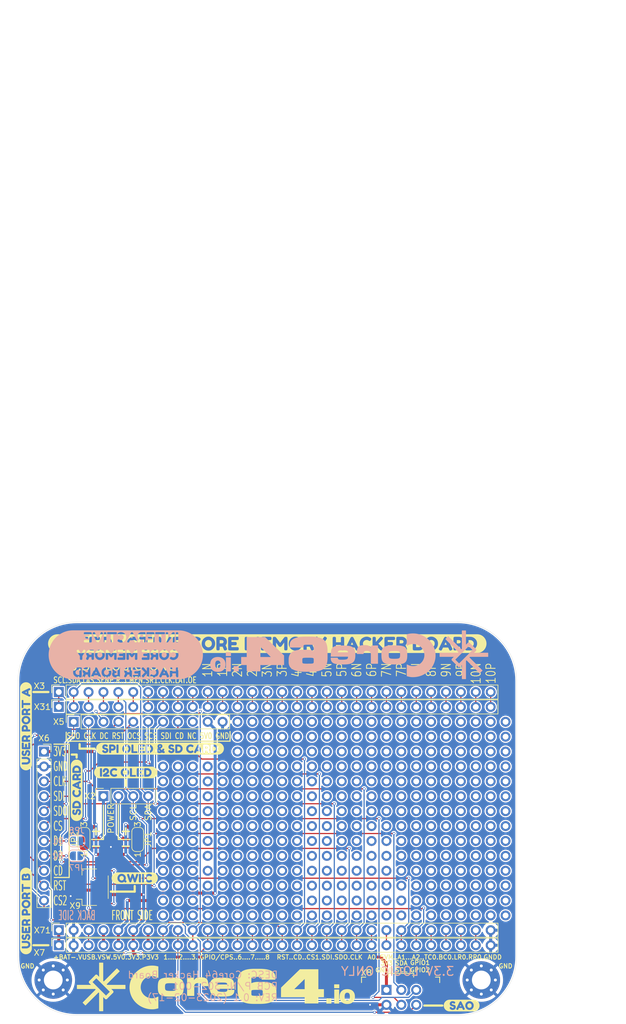
<source format=kicad_pcb>
(kicad_pcb (version 20211014) (generator pcbnew)
  (title_block (title "Core 64 Logic Board - PCB Layout") (date "2023-01-01") (rev "0.7") (company "Andy Geppert - Machine Ideas, LLC"))
  (layers (0 "F.Cu" signal) (31 "B.Cu" signal) (34 "B.Paste" user) (35 "F.Paste" user) (36 "B.SilkS" user "B.Silkscreen") (37 "F.SilkS" user "F.Silkscreen") (38 "B.Mask" user) (39 "F.Mask" user) (44 "Edge.Cuts" user))
  (net 0 "")
  (net 1 "Net-(JP2-Pad2)")
  (net 2 "-BATT")
  (net 3 "/5VUSB")
  (net 4 "/+VSW")
  (net 5 "/PICO_3V3OUT")
  (net 6 "/GPIO3_CP3_DC")
  (net 7 "/5VM")
  (net 8 "5V0")
  (net 9 "3V3")
  (net 10 "/GPIO4_CP4_CS2")
  (net 11 "/SPI_RESET")
  (net 12 "/SPI_SDI")
  (net 13 "/SPI_SDO")
  (net 14 "/SPI_CLK")
  (net 15 "/I2C_3V3_SCL")
  (net 16 "/I2C_3V3_SDA")
  (net 17 "/ADC0_BUFF")
  (net 18 "/CM_Q7P")
  (net 19 "/CM_Q7N")
  (net 20 "/CM_Q8P")
  (net 21 "/CM_Q8N")
  (net 22 "/CM_Q9P")
  (net 23 "/CM_Q9N")
  (net 24 "/CM_Q10N")
  (net 25 "/CM_EN")
  (net 26 "/CM_Q1P")
  (net 27 "/CM_Q1N")
  (net 28 "/CM_Q3P")
  (net 29 "/CM_Q3N")
  (net 30 "/CM_Q5P")
  (net 31 "/CM_Q5N")
  (net 32 "/CM_Q2P")
  (net 33 "/CM_SR_~{OE}")
  (net 34 "/CM_Q2N")
  (net 35 "/CM_Q4P")
  (net 36 "/CM_Q4N")
  (net 37 "/CM_Q6P")
  (net 38 "/CM_Q6N")
  (net 39 "Net-(JP1-Pad2)")
  (net 40 "/SPI_CD")
  (net 41 "/SPI_CS1")
  (net 42 "/GPIO8_CP8_HS4")
  (net 43 "/GPIO7_CP7_HS3")
  (net 44 "/GPIO6_CP6_HS2")
  (net 45 "/GPIO5_CP5_HS1")
  (net 46 "/GPIO1_CP1_SAO1")
  (net 47 "/GPIO2_CP2_SAO2")
  (net 48 "/CM_SENSE_PULSE")
  (net 49 "/CM_SR_SER1")
  (net 50 "/CM_SR_CLK")
  (net 51 "/CM_SR_LAT")
  (net 52 "/CM_Q10P")
  (net 53 "/CM_SENSE_RESET")
  (net 54 "/LED_ARY_3V3_SIG")
  (net 56 "unconnected-(X9-PadMP)")
  (net 57 "/+BATT")
  (net 58 "/ADC2_BUFF")
  (net 59 "/ADC1_BUFF")
  (net 60 "/RR0_MON")
  (net 61 "/LR0_MON")
  (net 62 "/BC0_MON")
  (net 63 "/TC0_MON")
  (net 64 "/D2")
  (net 65 "/D1")
  (footprint "MountingHole:MountingHole_3.2mm_M3_Pad_Via" (layer "F.Cu") (at 73.5582 206.7056)
    (fp_text reference "H1")
    (fp_text value "GND PAD")
  )
  (footprint "MountingHole:MountingHole_3.2mm_M3_Pad_Via" (layer "F.Cu") (at 146.5582 206.7056)
    (fp_text reference "H2")
    (fp_text value "GND PAD")
  )
  (footprint "Core_64_KiCad_Library:ProtoBoard_0.1in_Single_PTH_1x1.7mm" (layer "F.Cu") (at 140.5382 172.8356)
    (fp_text reference "REF**75" hide)
    (fp_text value "ProtoBoard_0.1in_Single_PTH_1x1.7mm")
  )
  (footprint "Core_64_KiCad_Library:ProtoBoard_0.1in_Single_PTH_1x1.7mm" (layer "F.Cu") (at 120.2182 185.5356)
    (fp_text reference "REF**173" hide)
    (fp_text value "ProtoBoard_0.1in_Single_PTH_1x1.7mm")
  )
  (footprint "Core_64_KiCad_Library:ProtoBoard_0.1in_Single_PTH_1x1.7mm" (layer "F.Cu") (at 132.9182 190.6156)
    (fp_text reference "REF**204" hide)
    (fp_text value "ProtoBoard_0.1in_Single_PTH_1x1.7mm")
  )
  (footprint "Core_64_KiCad_Library:ProtoBoard_0.1in_Single_PTH_1x1.7mm" (layer "F.Cu") (at 110.0582 180.4556)
    (fp_text reference "REF**141" hide)
    (fp_text value "ProtoBoard_0.1in_Single_PTH_1x1.7mm")
  )
  (footprint "Core_64_KiCad_Library:ProtoBoard_0.1in_Single_PTH_1x1.7mm" (layer "F.Cu") (at 92.2782 175.3756)
    (fp_text reference "REF**107" hide)
    (fp_text value "ProtoBoard_0.1in_Single_PTH_1x1.7mm")
  )
  (footprint "Core_64_KiCad_Library:ProtoBoard_0.1in_Single_PTH_1x1.7mm" (layer "F.Cu") (at 117.6782 182.9956)
    (fp_text reference "REF**156" hide)
    (fp_text value "ProtoBoard_0.1in_Single_PTH_1x1.7mm")
  )
  (footprint "Core_64_KiCad_Library:ProtoBoard_0.1in_Single_PTH_1x1.7mm" (layer "F.Cu") (at 94.8182 185.5356)
    (fp_text reference "REF**178" hide)
    (fp_text value "ProtoBoard_0.1in_Single_PTH_1x1.7mm")
  )
  (footprint "Core_64_KiCad_Library:ProtoBoard_0.1in_Single_PTH_1x1.7mm" (layer "F.Cu") (at 122.7582 175.3756)
    (fp_text reference "REF**100" hide)
    (fp_text value "ProtoBoard_0.1in_Single_PTH_1x1.7mm")
  )
  (footprint "Core_64_KiCad_Library:ProtoBoard_0.1in_Single_PTH_1x1.7mm" (layer "F.Cu") (at 143.0782 182.9956)
    (fp_text reference "REF**146" hide)
    (fp_text value "ProtoBoard_0.1in_Single_PTH_1x1.7mm")
  )
  (footprint "Core_64_KiCad_Library:ProtoBoard_0.1in_Single_PTH_1x1.7mm" (layer "F.Cu") (at 112.5982 172.8356)
    (fp_text reference "REF**86" hide)
    (fp_text value "ProtoBoard_0.1in_Single_PTH_1x1.7mm")
  )
  (footprint "Core_64_KiCad_Library:ProtoBoard_0.1in_Single_PTH_1x1.7mm" (layer "F.Cu") (at 112.5982 167.7556)
    (fp_text reference "REF**50" hide)
    (fp_text value "ProtoBoard_0.1in_Single_PTH_1x1.7mm")
  )
  (footprint "kibuzzard-63EEE4D8" (layer "F.Cu") (at 110.0582 149.3406)
    (fp_text reference "kibuzzard-63EEE4D8" hide)
    (fp_text value "G***" hide)
  )
  (footprint "Core_64_KiCad_Library:ProtoBoard_0.1in_Single_PTH_1x1.7mm" (layer "F.Cu") (at 127.8382 193.1556)
    (fp_text reference "REF**224" hide)
    (fp_text value "ProtoBoard_0.1in_Single_PTH_1x1.7mm")
  )
  (footprint "Core_64_KiCad_Library:ProtoBoard_0.1in_Single_PTH_1x1.7mm" (layer "F.Cu") (at 115.1382 177.9156)
    (fp_text reference "REF**121" hide)
    (fp_text value "ProtoBoard_0.1in_Single_PTH_1x1.7mm")
  )
  (footprint "Core_64_KiCad_Library:ProtoBoard_0.1in_Single_PTH_1x1.7mm" (layer "F.Cu") (at 135.4582 182.9956)
    (fp_text reference "REF**149" hide)
    (fp_text value "ProtoBoard_0.1in_Single_PTH_1x1.7mm")
  )
  (footprint "Core_64_KiCad_Library:ProtoBoard_0.1in_Single_PTH_1x1.7mm" (layer "F.Cu") (at 132.9182 162.6756)
    (fp_text reference "REF**6" hide)
    (fp_text value "ProtoBoard_0.1in_Single_PTH_1x1.7mm")
  )
  (footprint "Core_64_KiCad_Library:ProtoBoard_0.1in_Single_PTH_1x1.7mm" (layer "F.Cu") (at 102.4382 175.3756)
    (fp_text reference "REF**103" hide)
    (fp_text value "ProtoBoard_0.1in_Single_PTH_1x1.7mm")
  )
  (footprint "Core_64_KiCad_Library:ProtoBoard_0.1in_Single_PTH_1x1.7mm" (layer "F.Cu") (at 140.5382 190.6156)
    (fp_text reference "REF**201" hide)
    (fp_text value "ProtoBoard_0.1in_Single_PTH_1x1.7mm")
  )
  (footprint "Core_64_KiCad_Library:ProtoBoard_0.1in_Single_PTH_1x1.7mm" (layer "F.Cu") (at 92.2782 190.6156)
    (fp_text reference "REF**215" hide)
    (fp_text value "ProtoBoard_0.1in_Single_PTH_1x1.7mm")
  )
  (footprint "Core_64_KiCad_Library:ProtoBoard_0.1in_Single_PTH_1x1.7mm" (layer "F.Cu") (at 110.0582 162.6756)
    (fp_text reference "REF**15" hide)
    (fp_text value "ProtoBoard_0.1in_Single_PTH_1x1.7mm")
  )
  (footprint "Core_64_KiCad_Library:ProtoBoard_0.1in_Single_PTH_1x1.7mm" (layer "F.Cu") (at 143.0782 175.3756)
    (fp_text reference "REF**92" hide)
    (fp_text value "ProtoBoard_0.1in_Single_PTH_1x1.7mm")
  )
  (footprint "Core_64_KiCad_Library:ProtoBoard_0.1in_Single_PTH_1x1.7mm" (layer "F.Cu") (at 122.7582 180.4556)
    (fp_text reference "REF**136" hide)
    (fp_text value "ProtoBoard_0.1in_Single_PTH_1x1.7mm")
  )
  (footprint "Core_64_KiCad_Library:ProtoBoard_0.1in_Single_PTH_1x1.7mm" (layer "F.Cu") (at 104.9782 180.4556)
    (fp_text reference "REF**143" hide)
    (fp_text value "ProtoBoard_0.1in_Single_PTH_1x1.7mm")
  )
  (footprint "Core_64_KiCad_Library:ProtoBoard_0.1in_Single_PTH_1x1.7mm" (layer "F.Cu") (at 135.4582 188.0756)
    (fp_text reference "REF**185" hide)
    (fp_text value "ProtoBoard_0.1in_Single_PTH_1x1.7mm")
  )
  (footprint "Core_64_KiCad_Library:ProtoBoard_0.1in_Single_PTH_1x1.7mm" (layer "F.Cu") (at 135.4582 165.2156)
    (fp_text reference "REF**23" hide)
    (fp_text value "ProtoBoard_0.1in_Single_PTH_1x1.7mm")
  )
  (footprint "Core_64_KiCad_Library:ProtoBoard_0.1in_Single_PTH_1x1.7mm" (layer "F.Cu") (at 122.7582 165.2156)
    (fp_text reference "REF**28" hide)
    (fp_text value "ProtoBoard_0.1in_Single_PTH_1x1.7mm")
  )
  (footprint "Core_64_KiCad_Library:ProtoBoard_0.1in_Single_PTH_1x1.7mm" (layer "F.Cu") (at 115.1382 165.2156)
    (fp_text reference "REF**31" hide)
    (fp_text value "ProtoBoard_0.1in_Single_PTH_1x1.7mm")
  )
  (footprint "Core_64_KiCad_Library:ProtoBoard_0.1in_Single_PTH_1x1.7mm" (layer "F.Cu") (at 110.0582 172.8356)
    (fp_text reference "REF**87" hide)
    (fp_text value "ProtoBoard_0.1in_Single_PTH_1x1.7mm")
  )
  (footprint "Core_64_KiCad_Library:ProtoBoard_0.1in_Single_PTH_1x1.7mm" (layer "F.Cu") (at 145.6182 167.7556)
    (fp_text reference "REF**37" hide)
    (fp_text value "ProtoBoard_0.1in_Single_PTH_1x1.7mm")
  )
  (footprint "Core_64_KiCad_Library:ProtoBoard_0.1in_Single_PTH_1x1.7mm" (layer "F.Cu") (at 125.2982 190.6156)
    (fp_text reference "REF**207" hide)
    (fp_text value "ProtoBoard_0.1in_Single_PTH_1x1.7mm")
  )
  (footprint "Core_64_KiCad_Library:ProtoBoard_0.1in_Single_PTH_1x1.7mm" (layer "F.Cu") (at 110.0582 167.7556)
    (fp_text reference "REF**51" hide)
    (fp_text value "ProtoBoard_0.1in_Single_PTH_1x1.7mm")
  )
  (footprint "Core_64_KiCad_Library:ProtoBoard_0.1in_Single_PTH_1x1.7mm" (layer "F.Cu") (at 94.8182 175.3756)
    (fp_text reference "REF**106" hide)
    (fp_text value "ProtoBoard_0.1in_Single_PTH_1x1.7mm")
  )
  (footprint "Core_64_KiCad_Library:ProtoBoard_0.1in_Single_PTH_1x1.7mm" (layer "F.Cu") (at 107.5182 180.4556)
    (fp_text reference "REF**142" hide)
    (fp_text value "ProtoBoard_0.1in_Single_PTH_1x1.7mm")
  )
  (footprint "Jumper:SolderJumper-3_P1.3mm_Open_RoundedPad1.0x1.5mm_NumberLabels" (layer "F.Cu") (at 78.8162 182.7416 90)
    (fp_text reference "JP2")
    (fp_text value "SolderJumper_3_Open")
  )
  (footprint "Core_64_KiCad_Library:ProtoBoard_0.1in_Single_PTH_1x1.7mm" (layer "F.Cu") (at 99.8982 180.4556)
    (fp_text reference "REF**140" hide)
    (fp_text value "ProtoBoard_0.1in_Single_PTH_1x1.7mm")
  )
  (footprint "Core_64_KiCad_Library:ProtoBoard_0.1in_Single_PTH_1x1.7mm" (layer "F.Cu") (at 130.3782 180.4556)
    (fp_text reference "REF**133" hide)
    (fp_text value "ProtoBoard_0.1in_Single_PTH_1x1.7mm")
  )
  (footprint "Core_64_KiCad_Library:ProtoBoard_0.1in_Single_PTH_1x1.7mm" (layer "F.Cu") (at 107.5182 165.2156)
    (fp_text reference "REF**34" hide)
    (fp_text value "ProtoBoard_0.1in_Single_PTH_1x1.7mm")
  )
  (footprint "Core_64_KiCad_Library:ProtoBoard_0.1in_Single_PTH_1x1.7mm" (layer "F.Cu") (at 127.8382 177.9156)
    (fp_text reference "REF**116" hide)
    (fp_text value "ProtoBoard_0.1in_Single_PTH_1x1.7mm")
  )
  (footprint "Core_64_KiCad_Library:ProtoBoard_0.1in_Single_PTH_1x1.7mm" (layer "F.Cu") (at 140.5382 162.6756)
    (fp_text reference "REF**3" hide)
    (fp_text value "ProtoBoard_0.1in_Single_PTH_1x1.7mm")
  )
  (footprint "kibuzzard-63DD6DEE" (layer "F.Cu") (at 87.4522 189.3456)
    (fp_text reference "kibuzzard-63DD6DEE" hide)
    (fp_text value "G***" hide)
  )
  (footprint "Core_64_KiCad_Library:ProtoBoard_0.1in_Single_PTH_1x1.7mm" (layer "F.Cu") (at 148.1582 182.9956)
    (fp_text reference "REF**144" hide)
    (fp_text value "ProtoBoard_0.1in_Single_PTH_1x1.7mm")
  )
  (footprint "Core_64_KiCad_Library:ProtoBoard_0.1in_Single_PTH_1x1.7mm" (layer "F.Cu") (at 104.9782 190.6156)
    (fp_text reference "REF**215" hide)
    (fp_text value "ProtoBoard_0.1in_Single_PTH_1x1.7mm")
  )
  (footprint "Core_64_KiCad_Library:ProtoBoard_0.1in_Single_PTH_1x1.7mm" (layer "F.Cu") (at 132.9182 167.7556)
    (fp_text reference "REF**42" hide)
    (fp_text value "ProtoBoard_0.1in_Single_PTH_1x1.7mm")
  )
  (footprint "Core_64_KiCad_Library:ProtoBoard_0.1in_Single_PTH_1x1.7mm" (layer "F.Cu") (at 140.5382 185.5356)
    (fp_text reference "REF**165" hide)
    (fp_text value "ProtoBoard_0.1in_Single_PTH_1x1.7mm")
  )
  (footprint "Core_64_KiCad_Library:ProtoBoard_0.1in_Single_PTH_1x1.7mm" (layer "F.Cu") (at 135.4582 195.6956)
    (fp_text reference "REF**239" hide)
    (fp_text value "ProtoBoard_0.1in_Single_PTH_1x1.7mm")
  )
  (footprint "Core_64_KiCad_Library:ProtoBoard_0.1in_Single_PTH_1x1.7mm" (layer "F.Cu") (at 150.6982 185.5356)
    (fp_text reference "REF**162" hide)
    (fp_text value "ProtoBoard_0.1in_Single_PTH_1x1.7mm")
  )
  (footprint "Core_64_KiCad_Library:Core64.io_w_core_symbol" (layer "F.Cu") (at 101.2952 207.8876)
    (fp_text reference "L1" hide)
    (fp_text value "Core_64_Logo" hide)
  )
  (footprint "Core_64_KiCad_Library:ProtoBoard_0.1in_Single_PTH_1x1.7mm" (layer "F.Cu") (at 110.0582 190.6156)
    (fp_text reference "REF**213" hide)
    (fp_text value "ProtoBoard_0.1in_Single_PTH_1x1.7mm")
  )
  (footprint "Core_64_KiCad_Library:ProtoBoard_0.1in_Single_PTH_1x1.7mm" (layer "F.Cu") (at 104.9782 172.8356)
    (fp_text reference "REF**89" hide)
    (fp_text value "ProtoBoard_0.1in_Single_PTH_1x1.7mm")
  )
  (footprint "Core_64_KiCad_Library:ProtoBoard_0.1in_Single_PTH_1x1.7mm" (layer "F.Cu") (at 145.6182 170.2956)
    (fp_text reference "REF**55" hide)
    (fp_text value "ProtoBoard_0.1in_Single_PTH_1x1.7mm")
  )
  (footprint "Core_64_KiCad_Library:ProtoBoard_0.1in_Single_PTH_1x1.7mm" (layer "F.Cu") (at 125.2982 162.6756)
    (fp_text reference "REF**9" hide)
    (fp_text value "ProtoBoard_0.1in_Single_PTH_1x1.7mm")
  )
  (footprint "Core_64_KiCad_Library:ProtoBoard_0.1in_Single_PTH_1x1.7mm" (layer "F.Cu") (at 132.9182 185.5356)
    (fp_text reference "REF**168" hide)
    (fp_text value "ProtoBoard_0.1in_Single_PTH_1x1.7mm")
  )
  (footprint "Core_64_KiCad_Library:ProtoBoard_0.1in_Single_PTH_1x1.7mm" (layer "F.Cu") (at 127.8382 188.0756)
    (fp_text reference "REF**188" hide)
    (fp_text value "ProtoBoard_0.1in_Single_PTH_1x1.7mm")
  )
  (footprint "Core_64_KiCad_Library:ProtoBoard_0.1in_Single_PTH_1x1.7mm" (layer "F.Cu") (at 120.2182 182.9956)
    (fp_text reference "REF**155" hide)
    (fp_text value "ProtoBoard_0.1in_Single_PTH_1x1.7mm")
  )
  (footprint "Core_64_KiCad_Library:ProtoBoard_0.1in_Single_PTH_1x1.7mm" (layer "F.Cu") (at 112.5982 175.3756)
    (fp_text reference "REF**104" hide)
    (fp_text value "ProtoBoard_0.1in_Single_PTH_1x1.7mm")
  )
  (footprint "Core_64_KiCad_Library:ProtoBoard_0.1in_Single_PTH_1x1.7mm" (layer "F.Cu") (at 110.0582 193.1556)
    (fp_text reference "REF**231" hide)
    (fp_text value "ProtoBoard_0.1in_Single_PTH_1x1.7mm")
  )
  (footprint "Core_64_KiCad_Library:ProtoBoard_0.1in_Single_PTH_1x1.7mm" (layer "F.Cu") (at 97.3582 185.5356)
    (fp_text reference "REF**177" hide)
    (fp_text value "ProtoBoard_0.1in_Single_PTH_1x1.7mm")
  )
  (footprint "Core_64_KiCad_Library:ProtoBoard_0.1in_Single_PTH_1x1.7mm" (layer "F.Cu") (at 97.3582 170.2956)
    (fp_text reference "REF**69" hide)
    (fp_text value "ProtoBoard_0.1in_Single_PTH_1x1.7mm")
  )
  (footprint "Core_64_KiCad_Library:ProtoBoard_0.1in_Single_PTH_1x1.7mm" (layer "F.Cu") (at 112.5982 188.0756)
    (fp_text reference "REF**194" hide)
    (fp_text value "ProtoBoard_0.1in_Single_PTH_1x1.7mm")
  )
  (footprint "Core_64_KiCad_Library:ProtoBoard_0.1in_Single_PTH_1x1.7mm" (layer "F.Cu") (at 148.1582 193.1556)
    (fp_text reference "REF**216" hide)
    (fp_text value "ProtoBoard_0.1in_Single_PTH_1x1.7mm")
  )
  (footprint "Core_64_KiCad_Library:ProtoBoard_0.1in_Single_PTH_1x1.7mm" (layer "F.Cu") (at 135.4582 175.3756)
    (fp_text reference "REF**95" hide)
    (fp_text value "ProtoBoard_0.1in_Single_PTH_1x1.7mm")
  )
  (footprint "Core_64_KiCad_Library:ProtoBoard_0.1in_Single_PTH_1x1.7mm" (layer "F.Cu") (at 127.8382 165.2156)
    (fp_text reference "REF**26" hide)
    (fp_text value "ProtoBoard_0.1in_Single_PTH_1x1.7mm")
  )
  (footprint "Core_64_KiCad_Library:ProtoBoard_0.1in_Single_PTH_1x1.7mm" (layer "F.Cu") (at 97.3582 190.6156)
    (fp_text reference "REF**213" hide)
    (fp_text value "ProtoBoard_0.1in_Single_PTH_1x1.7mm")
  )
  (footprint "Core_64_KiCad_Library:ProtoBoard_0.1in_Single_PTH_1x1.7mm" (layer "F.Cu") (at 115.1382 162.6756)
    (fp_text reference "REF**13" hide)
    (fp_text value "ProtoBoard_0.1in_Single_PTH_1x1.7mm")
  )
  (footprint "Core_64_KiCad_Library:ProtoBoard_0.1in_Single_PTH_1x1.7mm" (layer "F.Cu") (at 127.8382 190.6156)
    (fp_text reference "REF**206" hide)
    (fp_text value "ProtoBoard_0.1in_Single_PTH_1x1.7mm")
  )
  (footprint "Core_64_KiCad_Library:ProtoBoard_0.1in_Single_PTH_1x1.7mm" (layer "F.Cu") (at 104.9782 170.2956)
    (fp_text reference "REF**71" hide)
    (fp_text value "ProtoBoard_0.1in_Single_PTH_1x1.7mm")
  )
  (footprint "Core_64_KiCad_Library:ProtoBoard_0.1in_Single_PTH_1x1.7mm" (layer "F.Cu") (at 115.1382 185.5356)
    (fp_text reference "REF**175" hide)
    (fp_text value "ProtoBoard_0.1in_Single_PTH_1x1.7mm")
  )
  (footprint "Core_64_KiCad_Library:ProtoBoard_0.1in_Single_PTH_1x1.7mm" (layer "F.Cu") (at 107.5182 185.5356)
    (fp_text reference "REF**178" hide)
    (fp_text value "ProtoBoard_0.1in_Single_PTH_1x1.7mm")
  )
  (footprint "Core_64_KiCad_Library:ProtoBoard_0.1in_Single_PTH_1x1.7mm" (layer "F.Cu") (at 112.5982 177.9156)
    (fp_text reference "REF**122" hide)
    (fp_text value "ProtoBoard_0.1in_Single_PTH_1x1.7mm")
  )
  (footprint "Core_64_KiCad_Library:ProtoBoard_0.1in_Single_PTH_1x1.7mm" (layer "F.Cu") (at 120.2182 165.2156)
    (fp_text reference "REF**29" hide)
    (fp_text value "ProtoBoard_0.1in_Single_PTH_1x1.7mm")
  )
  (footprint "Core_64_KiCad_Library:ProtoBoard_0.1in_Single_PTH_1x1.7mm" (layer "F.Cu") (at 150.6982 170.2956)
    (fp_text reference "REF**54" hide)
    (fp_text value "ProtoBoard_0.1in_Single_PTH_1x1.7mm")
  )
  (footprint "Core_64_KiCad_Library:ProtoBoard_0.1in_Single_PTH_1x1.7mm" (layer "F.Cu") (at 143.0782 170.2956)
    (fp_text reference "REF**56" hide)
    (fp_text value "ProtoBoard_0.1in_Single_PTH_1x1.7mm")
  )
  (footprint "Core_64_KiCad_Library:ProtoBoard_0.1in_Single_PTH_1x1.7mm" (layer "F.Cu") (at 102.4382 195.6956)
    (fp_text reference "REF**247" hide)
    (fp_text value "ProtoBoard_0.1in_Single_PTH_1x1.7mm")
  )
  (footprint "Core_64_KiCad_Library:ProtoBoard_0.1in_Single_PTH_1x1.7mm" (layer "F.Cu") (at 115.1382 193.1556)
    (fp_text reference "REF**229" hide)
    (fp_text value "ProtoBoard_0.1in_Single_PTH_1x1.7mm")
  )
  (footprint "Core_64_KiCad_Library:ProtoBoard_0.1in_Single_PTH_1x1.7mm" (layer "F.Cu") (at 120.2182 188.0756)
    (fp_text reference "REF**191" hide)
    (fp_text value "ProtoBoard_0.1in_Single_PTH_1x1.7mm")
  )
  (footprint "Core_64_KiCad_Library:ProtoBoard_0.1in_Single_PTH_1x1.7mm" (layer "F.Cu") (at 117.6782 188.0756)
    (fp_text reference "REF**192" hide)
    (fp_text value "ProtoBoard_0.1in_Single_PTH_1x1.7mm")
  )
  (footprint "Core_64_KiCad_Library:ProtoBoard_0.1in_Single_PTH_1x1.7mm" (layer "F.Cu") (at 130.3782 195.6956)
    (fp_text reference "REF**241" hide)
    (fp_text value "ProtoBoard_0.1in_Single_PTH_1x1.7mm")
  )
  (footprint "Core_64_KiCad_Library:ProtoBoard_0.1in_Single_PTH_1x1.7mm" (layer "F.Cu") (at 140.5382 188.0756)
    (fp_text reference "REF**183" hide)
    (fp_text value "ProtoBoard_0.1in_Single_PTH_1x1.7mm")
  )
  (footprint "Core_64_KiCad_Library:ProtoBoard_0.1in_Single_PTH_1x1.7mm" (layer "F.Cu") (at 99.8982 188.0756)
    (fp_text reference "REF**194" hide)
    (fp_text value "ProtoBoard_0.1in_Single_PTH_1x1.7mm")
  )
  (footprint "Core_64_KiCad_Library:ProtoBoard_0.1in_Single_PTH_1x1.7mm" (layer "F.Cu") (at 143.0782 180.4556)
    (fp_text reference "REF**128" hide)
    (fp_text value "ProtoBoard_0.1in_Single_PTH_1x1.7mm")
  )
  (footprint "Core_64_KiCad_Library:ProtoBoard_0.1in_Single_PTH_1x1.7mm" (layer "F.Cu") (at 137.9982 172.8356)
    (fp_text reference "REF**76" hide)
    (fp_text value "ProtoBoard_0.1in_Single_PTH_1x1.7mm")
  )
  (footprint "Core_64_KiCad_Library:ProtoBoard_0.1in_Single_PTH_1x1.7mm" (layer "F.Cu") (at 143.0782 172.8356)
    (fp_text reference "REF**74" hide)
    (fp_text value "ProtoBoard_0.1in_Single_PTH_1x1.7mm")
  )
  (footprint "Core_64_KiCad_Library:ProtoBoard_0.1in_Single_PTH_1x1.7mm" (layer "F.Cu") (at 148.1582 195.6956)
    (fp_text reference "REF**234" hide)
    (fp_text value "ProtoBoard_0.1in_Single_PTH_1x1.7mm")
  )
  (footprint "Core_64_KiCad_Library:ProtoBoard_0.1in_Single_PTH_1x1.7mm" (layer "F.Cu") (at 102.4382 190.6156)
    (fp_text reference "REF**211" hide)
    (fp_text value "ProtoBoard_0.1in_Single_PTH_1x1.7mm")
  )
  (footprint "Core_64_KiCad_Library:ProtoBoard_0.1in_Single_PTH_1x1.7mm" (layer "F.Cu") (at 130.3782 188.0756)
    (fp_text reference "REF**187" hide)
    (fp_text value "ProtoBoard_0.1in_Single_PTH_1x1.7mm")
  )
  (footprint "Core_64_KiCad_Library:ProtoBoard_0.1in_Single_PTH_1x1.7mm" (layer "F.Cu") (at 150.6982 165.2156)
    (fp_text reference "REF**18" hide)
    (fp_text value "ProtoBoard_0.1in_Single_PTH_1x1.7mm")
  )
  (footprint "Core_64_KiCad_Library:ProtoBoard_0.1in_Single_PTH_1x1.7mm" (layer "F.Cu") (at 135.4582 170.2956)
    (fp_text reference "REF**59" hide)
    (fp_text value "ProtoBoard_0.1in_Single_PTH_1x1.7mm")
  )
  (footprint "Core_64_KiCad_Library:ProtoBoard_0.1in_Single_PTH_1x1.7mm" (layer "F.Cu") (at 117.6782 162.6756)
    (fp_text reference "REF**12" hide)
    (fp_text value "ProtoBoard_0.1in_Single_PTH_1x1.7mm")
  )
  (footprint "Core_64_KiCad_Library:ProtoBoard_0.1in_Single_PTH_1x1.7mm" (layer "F.Cu") (at 117.6782 175.3756)
    (fp_text reference "REF**102" hide)
    (fp_text value "ProtoBoard_0.1in_Single_PTH_1x1.7mm")
  )
  (footprint "Core_64_KiCad_Library:ProtoBoard_0.1in_Single_PTH_1x1.7mm" (layer "F.Cu") (at 130.3782 165.2156)
    (fp_text reference "REF**25" hide)
    (fp_text value "ProtoBoard_0.1in_Single_PTH_1x1.7mm")
  )
  (footprint "Core_64_KiCad_Library:ProtoBoard_0.1in_Single_PTH_1x1.7mm" (layer "F.Cu") (at 125.2982 167.7556)
    (fp_text reference "REF**45" hide)
    (fp_text value "ProtoBoard_0.1in_Single_PTH_1x1.7mm")
  )
  (footprint "Core_64_KiCad_Library:ProtoBoard_0.1in_Single_PTH_1x1.7mm" (layer "F.Cu") (at 117.6782 190.6156)
    (fp_text reference "REF**210" hide)
    (fp_text value "ProtoBoard_0.1in_Single_PTH_1x1.7mm")
  )
  (footprint "Core_64_KiCad_Library:ProtoBoard_0.1in_Single_PTH_1x1.7mm" (layer "F.Cu") (at 110.0582 175.3756)
    (fp_text reference "REF**105" hide)
    (fp_text value "ProtoBoard_0.1in_Single_PTH_1x1.7mm")
  )
  (footprint "Core_64_KiCad_Library:ProtoBoard_0.1in_Single_PTH_1x1.7mm" (layer "F.Cu") (at 110.0582 182.9956)
    (fp_text reference "REF**159" hide)
    (fp_text value "ProtoBoard_0.1in_Single_PTH_1x1.7mm")
  )
  (footprint "Core_64_KiCad_Library:ProtoBoard_0.1in_Single_PTH_1x1.7mm" (layer "F.Cu") (at 135.4582 193.1556)
    (fp_text reference "REF**221" hide)
    (fp_text value "ProtoBoard_0.1in_Single_PTH_1x1.7mm")
  )
  (footprint "Core_64_KiCad_Library:ProtoBoard_0.1in_Single_PTH_1x1.7mm" (layer "F.Cu") (at 145.6182 162.6756)
    (fp_text reference "REF**1" hide)
    (fp_text value "ProtoBoard_0.1in_Single_PTH_1x1.7mm")
  )
  (footprint "Core_64_KiCad_Library:ProtoBoard_0.1in_Single_PTH_1x1.7mm" (layer "F.Cu") (at 132.9182 172.8356)
    (fp_text reference "REF**78" hide)
    (fp_text value "ProtoBoard_0.1in_Single_PTH_1x1.7mm")
  )
  (footprint "Core_64_KiCad_Library:ProtoBoard_0.1in_Single_PTH_1x1.7mm" (layer "F.Cu") (at 110.0582 177.9156)
    (fp_text reference "REF**123" hide)
    (fp_text value "ProtoBoard_0.1in_Single_PTH_1x1.7mm")
  )
  (footprint "Core_64_KiCad_Library:ProtoBoard_0.1in_Single_PTH_1x1.7mm" (layer "F.Cu") (at 104.9782 177.9156)
    (fp_text reference "REF**125" hide)
    (fp_text value "ProtoBoard_0.1in_Single_PTH_1x1.7mm")
  )
  (footprint "Core_64_KiCad_Library:ProtoBoard_0.1in_Single_PTH_1x1.7mm" (layer "F.Cu") (at 148.1582 175.3756)
    (fp_text reference "REF**90" hide)
    (fp_text value "ProtoBoard_0.1in_Single_PTH_1x1.7mm")
  )
  (footprint "Core_64_KiCad_Library:ProtoBoard_0.1in_Single_PTH_1x1.7mm" (layer "F.Cu") (at 137.9982 193.1556)
    (fp_text reference "REF**220" hide)
    (fp_text value "ProtoBoard_0.1in_Single_PTH_1x1.7mm")
  )
  (footprint "Core_64_KiCad_Library:ProtoBoard_0.1in_Single_PTH_1x1.7mm" (layer "F.Cu") (at 130.3782 172.8356)
    (fp_text reference "REF**79" hide)
    (fp_text value "ProtoBoard_0.1in_Single_PTH_1x1.7mm")
  )
  (footprint "Core_64_KiCad_Library:ProtoBoard_0.1in_Single_PTH_1x1.7mm" (layer "F.Cu") (at 137.9982 185.5356)
    (fp_text reference "REF**166" hide)
    (fp_text value "ProtoBoard_0.1in_Single_PTH_1x1.7mm")
  )
  (footprint "Core_64_KiCad_Library:ProtoBoard_0.1in_Single_PTH_1x1.7mm" (layer "F.Cu") (at 137.9982 190.6156)
    (fp_text reference "REF**202" hide)
    (fp_text value "ProtoBoard_0.1in_Single_PTH_1x1.7mm")
  )
  (footprint "Core_64_KiCad_Library:ProtoBoard_0.1in_Single_PTH_1x1.7mm" (layer "F.Cu") (at 140.5382 177.9156)
    (fp_text reference "REF**111" hide)
    (fp_text value "ProtoBoard_0.1in_Single_PTH_1x1.7mm")
  )
  (footprint "Core_64_KiCad_Library:ProtoBoard_0.1in_Single_PTH_1x1.7mm" (layer "F.Cu") (at 137.9982 165.2156)
    (fp_text reference "REF**22" hide)
    (fp_text value "ProtoBoard_0.1in_Single_PTH_1x1.7mm")
  )
  (footprint "Core_64_KiCad_Library:ProtoBoard_0.1in_Single_PTH_1x1.7mm" (layer "F.Cu") (at 92.2782 170.2956)
    (fp_text reference "REF**71" hide)
    (fp_text value "ProtoBoard_0.1in_Single_PTH_1x1.7mm")
  )
  (footprint "Core_64_KiCad_Library:PinSocket_1x30_P2.54mm_Vertical" (layer "F.Cu") (at 74.4982 157.5956 90)
    (fp_text reference "X3")
    (fp_text value "HEADER_30-PIN_0.1")
  )
  (footprint "kibuzzard-63DD70A9" (layer "F.Cu") (at 91.7702 167.2476)
    (fp_text reference "kibuzzard-63DD70A9" hide)
    (fp_text value "G***" hide)
  )
  (footprint "Core_64_KiCad_Library:ProtoBoard_0.1in_Single_PTH_1x1.7mm" (layer "F.Cu") (at 125.2982 188.0756)
    (fp_text reference "REF**189" hide)
    (fp_text value "ProtoBoard_0.1in_Single_PTH_1x1.7mm")
  )
  (footprint "Core_64_KiCad_Library:ProtoBoard_0.1in_Single_PTH_1x1.7mm" (layer "F.Cu") (at 122.7582 182.9956)
    (fp_text reference "REF**154" hide)
    (fp_text value "ProtoBoard_0.1in_Single_PTH_1x1.7mm")
  )
  (footprint "Core_64_KiCad_Library:ProtoBoard_0.1in_Single_PTH_1x1.7mm" (layer "F.Cu") (at 122.7582 185.5356)
    (fp_text reference "REF**172" hide)
    (fp_text value "ProtoBoard_0.1in_Single_PTH_1x1.7mm")
  )
  (footprint "Core_64_KiCad_Library:ProtoBoard_0.1in_Single_PTH_1x1.7mm" (layer "F.Cu") (at 94.8182 190.6156)
    (fp_text reference "REF**214" hide)
    (fp_text value "ProtoBoard_0.1in_Single_PTH_1x1.7mm")
  )
  (footprint "Core_64_KiCad_Library:ProtoBoard_0.1in_Single_PTH_1x1.7mm" (layer "F.Cu") (at 104.9782 188.0756)
    (fp_text reference "REF**197" hide)
    (fp_text value "ProtoBoard_0.1in_Single_PTH_1x1.7mm")
  )
  (footprint "Core_64_KiCad_Library:ProtoBoard_0.1in_Single_PTH_1x1.7mm" (layer "F.Cu") (at 125.2982 182.9956)
    (fp_text reference "REF**153" hide)
    (fp_text value "ProtoBoard_0.1in_Single_PTH_1x1.7mm")
  )
  (footprint "Core_64_KiCad_Library:ProtoBoard_0.1in_Single_PTH_1x1.7mm" (layer "F.Cu") (at 92.2782 195.6956)
    (fp_text reference "REF**251" hide)
    (fp_text value "ProtoBoard_0.1in_Single_PTH_1x1.7mm")
  )
  (footprint "Core_64_KiCad_Library:ProtoBoard_0.1in_Single_PTH_1x1.7mm" (layer "F.Cu") (at 120.2182 180.4556)
    (fp_text reference "REF**137" hide)
    (fp_text value "ProtoBoard_0.1in_Single_PTH_1x1.7mm")
  )
  (footprint "Core_64_KiCad_Library:ProtoBoard_0.1in_Single_PTH_1x1.7mm" (layer "F.Cu") (at 145.6182 175.3756)
    (fp_text reference "REF**91" hide)
    (fp_text value "ProtoBoard_0.1in_Single_PTH_1x1.7mm")
  )
  (footprint "kibuzzard-63DD6DA7" (layer "F.Cu") (at 85.9282 171.3116)
    (fp_text reference "kibuzzard-63DD6DA7" hide)
    (fp_text value "G***" hide)
  )
  (footprint "Core_64_KiCad_Library:ProtoBoard_0.1in_Single_PTH_1x1.7mm" (layer "F.Cu") (at 132.9182 188.0756)
    (fp_text reference "REF**186" hide)
    (fp_text value "ProtoBoard_0.1in_Single_PTH_1x1.7mm")
  )
  (footprint "Core_64_KiCad_Library:ProtoBoard_0.1in_Single_PTH_1x1.7mm" (layer "F.Cu") (at 122.7582 167.7556)
    (fp_text reference "REF**46" hide)
    (fp_text value "ProtoBoard_0.1in_Single_PTH_1x1.7mm")
  )
  (footprint "Core_64_KiCad_Library:ProtoBoard_0.1in_Single_PTH_1x1.7mm" (layer "F.Cu") (at 99.8982 172.8356)
    (fp_text reference "REF**86" hide)
    (fp_text value "ProtoBoard_0.1in_Single_PTH_1x1.7mm")
  )
  (footprint "Core_64_KiCad_Library:ProtoBoard_0.1in_Single_PTH_1x1.7mm" (layer "F.Cu") (at 122.7582 188.0756)
    (fp_text reference "REF**190" hide)
    (fp_text value "ProtoBoard_0.1in_Single_PTH_1x1.7mm")
  )
  (footprint "Core_64_KiCad_Library:ProtoBoard_0.1in_Single_PTH_1x1.7mm" (layer "F.Cu") (at 117.6782 167.7556)
    (fp_text reference "REF**48" hide)
    (fp_text value "ProtoBoard_0.1in_Single_PTH_1x1.7mm")
  )
  (footprint "Core_64_KiCad_Library:ProtoBoard_0.1in_Single_PTH_1x1.7mm" (layer "F.Cu") (at 99.8982 177.9156)
    (fp_text reference "REF**122" hide)
    (fp_text value "ProtoBoard_0.1in_Single_PTH_1x1.7mm")
  )
  (footprint "Core_64_KiCad_Library:ProtoBoard_0.1in_Single_PTH_1x1.7mm" (layer "F.Cu") (at 145.6182 188.0756)
    (fp_text reference "REF**181" hide)
    (fp_text value "ProtoBoard_0.1in_Single_PTH_1x1.7mm")
  )
  (footprint "Core_64_KiCad_Library:ProtoBoard_0.1in_Single_PTH_1x1.7mm" (layer "F.Cu") (at 125.2982 165.2156)
    (fp_text reference "REF**27" hide)
    (fp_text value "ProtoBoard_0.1in_Single_PTH_1x1.7mm")
  )
  (footprint "Core_64_KiCad_Library:ProtoBoard_0.1in_Single_PTH_1x1.7mm" (layer "F.Cu") (at 97.3582 172.8356)
    (fp_text reference "REF**87" hide)
    (fp_text value "ProtoBoard_0.1in_Single_PTH_1x1.7mm")
  )
  (footprint "Core_64_KiCad_Library:ProtoBoard_0.1in_Single_PTH_1x1.7mm" (layer "F.Cu") (at 110.0582 185.5356)
    (fp_text reference "REF**177" hide)
    (fp_text value "ProtoBoard_0.1in_Single_PTH_1x1.7mm")
  )
  (footprint "Core_64_KiCad_Library:ProtoBoard_0.1in_Single_PTH_1x1.7mm" (layer "F.Cu") (at 92.2782 193.1556)
    (fp_text reference "REF**233" hide)
    (fp_text value "ProtoBoard_0.1in_Single_PTH_1x1.7mm")
  )
  (footprint "Core_64_KiCad_Library:ProtoBoard_0.1in_Single_PTH_1x1.7mm" (layer "F.Cu") (at 99.8982 182.9956)
    (fp_text reference "REF**158" hide)
    (fp_text value "ProtoBoard_0.1in_Single_PTH_1x1.7mm")
  )
  (footprint "Core_64_KiCad_Library:ProtoBoard_0.1in_Single_PTH_1x1.7mm" (layer "F.Cu") (at 148.1582 170.2956)
    (fp_text reference "REF**54" hide)
    (fp_text value "ProtoBoard_0.1in_Single_PTH_1x1.7mm")
  )
  (footprint "Core_64_KiCad_Library:ProtoBoard_0.1in_Single_PTH_1x1.7mm" (layer "F.Cu") (at 97.3582 195.6956)
    (fp_text reference "REF**249" hide)
    (fp_text value "ProtoBoard_0.1in_Single_PTH_1x1.7mm")
  )
  (footprint "Core_64_KiCad_Library:ProtoBoard_0.1in_Single_PTH_1x1.7mm" (layer "F.Cu") (at 122.7582 177.9156)
    (fp_text reference "REF**118" hide)
    (fp_text value "ProtoBoard_0.1in_Single_PTH_1x1.7mm")
  )
  (footprint "Core_64_KiCad_Library:ProtoBoard_0.1in_Single_PTH_1x1.7mm" (layer "F.Cu") (at 130.3782 190.6156)
    (fp_text reference "REF**205" hide)
    (fp_text value "ProtoBoard_0.1in_Single_PTH_1x1.7mm")
  )
  (footprint "Core_64_KiCad_Library:ProtoBoard_0.1in_Single_PTH_1x1.7mm" (layer "F.Cu") (at 92.2782 182.9956)
    (fp_text reference "REF**161" hide)
    (fp_text value "ProtoBoard_0.1in_Single_PTH_1x1.7mm")
  )
  (footprint "Core_64_KiCad_Library:ProtoBoard_0.1in_Single_PTH_1x1.7mm" (layer "F.Cu") (at 148.1582 180.4556)
    (fp_text reference "REF**126" hide)
    (fp_text value "ProtoBoard_0.1in_Single_PTH_1x1.7mm")
  )
  (footprint "Core_64_KiCad_Library:ProtoBoard_0.1in_Single_PTH_1x1.7mm" (layer "F.Cu") (at 94.8182 170.2956)
    (fp_text reference "REF**70" hide)
    (fp_text value "ProtoBoard_0.1in_Single_PTH_1x1.7mm")
  )
  (footprint "Core_64_KiCad_Library:ProtoBoard_0.1in_Single_PTH_1x1.7mm" (layer "F.Cu") (at 150.6982 172.8356)
    (fp_text reference "REF**72" hide)
    (fp_text value "ProtoBoard_0.1in_Single_PTH_1x1.7mm")
  )
  (footprint "Core_64_KiCad_Library:ProtoBoard_0.1in_Single_PTH_1x1.7mm" (layer "F.Cu") (at 127.8382 162.6756)
    (fp_text reference "REF**8" hide)
    (fp_text value "ProtoBoard_0.1in_Single_PTH_1x1.7mm")
  )
  (footprint "Core_64_KiCad_Library:ProtoBoard_0.1in_Single_PTH_1x1.7mm" (layer "F.Cu") (at 99.8982 193.1556)
    (fp_text reference "REF**230" hide)
    (fp_text value "ProtoBoard_0.1in_Single_PTH_1x1.7mm")
  )
  (footprint "Core_64_KiCad_Library:ProtoBoard_0.1in_Single_PTH_1x1.7mm" (layer "F.Cu") (at 148.1582 190.6156)
    (fp_text reference "REF**198" hide)
    (fp_text value "ProtoBoard_0.1in_Single_PTH_1x1.7mm")
  )
  (footprint "Core_64_KiCad_Library:ProtoBoard_0.1in_Single_PTH_1x1.7mm" (layer "F.Cu") (at 115.1382 180.4556)
    (fp_text reference "REF**139" hide)
    (fp_text value "ProtoBoard_0.1in_Single_PTH_1x1.7mm")
  )
  (footprint "Core_64_KiCad_Library:ProtoBoard_0.1in_Single_PTH_1x1.7mm" (layer "F.Cu") (at 143.0782 188.0756)
    (fp_text reference "REF**182" hide)
    (fp_text value "ProtoBoard_0.1in_Single_PTH_1x1.7mm")
  )
  (footprint "Core_64_KiCad_Library:ProtoBoard_0.1in_Single_PTH_1x1.7mm" (layer "F.Cu") (at 112.5982 193.1556)
    (fp_text reference "REF**230" hide)
    (fp_text value "ProtoBoard_0.1in_Single_PTH_1x1.7mm")
  )
  (footprint "Core_64_KiCad_Library:ProtoBoard_0.1in_Single_PTH_1x1.7mm" (layer "F.Cu") (at 127.8382 172.8356)
    (fp_text reference "REF**80" hide)
    (fp_text value "ProtoBoard_0.1in_Single_PTH_1x1.7mm")
  )
  (footprint "Core_64_KiCad_Library:ProtoBoard_0.1in_Single_PTH_1x1.7mm" (layer "F.Cu") (at 143.0782 167.7556)
    (fp_text reference "REF**38" hide)
    (fp_text value "ProtoBoard_0.1in_Single_PTH_1x1.7mm")
  )
  (footprint "Core_64_KiCad_Library:ProtoBoard_0.1in_Single_PTH_1x1.7mm" (layer "F.Cu") (at 137.9982 177.9156)
    (fp_text reference "REF**112" hide)
    (fp_text value "ProtoBoard_0.1in_Single_PTH_1x1.7mm")
  )
  (footprint "Core_64_KiCad_Library:ProtoBoard_0.1in_Single_PTH_1x1.7mm" (layer "F.Cu") (at 107.5182 170.2956)
    (fp_text reference "REF**70" hide)
    (fp_text value "ProtoBoard_0.1in_Single_PTH_1x1.7mm")
  )
  (footprint "Core_64_KiCad_Library:ProtoBoard_0.1in_Single_PTH_1x1.7mm" (layer "F.Cu") (at 143.0782 165.2156)
    (fp_text reference "REF**20" hide)
    (fp_text value "ProtoBoard_0.1in_Single_PTH_1x1.7mm")
  )
  (footprint "Core_64_KiCad_Library:ProtoBoard_0.1in_Single_PTH_1x1.7mm" (layer "F.Cu") (at 99.8982 175.3756)
    (fp_text reference "REF**104" hide)
    (fp_text value "ProtoBoard_0.1in_Single_PTH_1x1.7mm")
  )
  (footprint "Core_64_KiCad_Library:ProtoBoard_0.1in_Single_PTH_1x1.7mm" (layer "F.Cu") (at 102.4382 182.9956)
    (fp_text reference "REF**157" hide)
    (fp_text value "ProtoBoard_0.1in_Single_PTH_1x1.7mm")
  )
  (footprint "Core_64_KiCad_Library:ProtoBoard_0.1in_Single_PTH_1x1.7mm" (layer "F.Cu") (at 135.4582 162.6756)
    (fp_text reference "REF**5" hide)
    (fp_text value "ProtoBoard_0.1in_Single_PTH_1x1.7mm")
  )
  (footprint "Core_64_KiCad_Library:ProtoBoard_0.1in_Single_PTH_1x1.7mm" (layer "F.Cu") (at 130.3782 185.5356)
    (fp_text reference "REF**169" hide)
    (fp_text value "ProtoBoard_0.1in_Single_PTH_1x1.7mm")
  )
  (footprint "Core_64_KiCad_Library:ProtoBoard_0.1in_Single_PTH_1x1.7mm" (layer "F.Cu") (at 145.6182 193.1556)
    (fp_text reference "REF**217" hide)
    (fp_text value "ProtoBoard_0.1in_Single_PTH_1x1.7mm")
  )
  (footprint "Core_64_KiCad_Library:ProtoBoard_0.1in_Single_PTH_1x1.7mm" (layer "F.Cu") (at 97.3582 180.4556)
    (fp_text reference "REF**141" hide)
    (fp_text value "ProtoBoard_0.1in_Single_PTH_1x1.7mm")
  )
  (footprint "Core_64_KiCad_Library:ProtoBoard_0.1in_Single_PTH_1x1.7mm" (layer "F.Cu") (at 112.5982 162.6756)
    (fp_text reference "REF**14" hide)
    (fp_text value "ProtoBoard_0.1in_Single_PTH_1x1.7mm")
  )
  (footprint "Core_64_KiCad_Library:ProtoBoard_0.1in_Single_PTH_1x1.7mm" (layer "F.Cu") (at 127.8382 170.2956)
    (fp_text reference "REF**62" hide)
    (fp_text value "ProtoBoard_0.1in_Single_PTH_1x1.7mm")
  )
  (footprint "Core_64_KiCad_Library:ProtoBoard_0.1in_Single_PTH_1x1.7mm" (layer "F.Cu") (at 102.4382 185.5356)
    (fp_text reference "REF**175" hide)
    (fp_text value "ProtoBoard_0.1in_Single_PTH_1x1.7mm")
  )
  (footprint "Core_64_KiCad_Library:ProtoBoard_0.1in_Single_PTH_1x1.7mm" (layer "F.Cu") (at 130.3782 175.3756)
    (fp_text reference "REF**97" hide)
    (fp_text value "ProtoBoard_0.1in_Single_PTH_1x1.7mm")
  )
  (footprint "Core_64_KiCad_Library:ProtoBoard_0.1in_Single_PTH_1x1.7mm" (layer "F.Cu") (at 102.4382 177.9156)
    (fp_text reference "REF**121" hide)
    (fp_text value "ProtoBoard_0.1in_Single_PTH_1x1.7mm")
  )
  (footprint "Core_64_KiCad_Library:ProtoBoard_0.1in_Single_PTH_1x1.7mm" (layer "F.Cu") (at 135.4582 177.9156)
    (fp_text reference "REF**113" hide)
    (fp_text value "ProtoBoard_0.1in_Single_PTH_1x1.7mm")
  )
  (footprint "Core_64_KiCad_Library:ProtoBoard_0.1in_Single_PTH_1x1.7mm" (layer "F.Cu") (at 94.8182 188.0756)
    (fp_text reference "REF**196" hide)
    (fp_text value "ProtoBoard_0.1in_Single_PTH_1x1.7mm")
  )
  (footprint "Core_64_KiCad_Library:PinSocket_1x11_P2.54mm_Vertical" (layer "F.Cu") (at 77.0382 162.6756 90)
    (fp_text reference "X5")
    (fp_text value "HEADER_11-PIN_0.1")
  )
  (footprint "Core_64_KiCad_Library:ProtoBoard_0.1in_Single_PTH_1x1.7mm" (layer "F.Cu") (at 127.8382 167.7556)
    (fp_text reference "REF**44" hide)
    (fp_text value "ProtoBoard_0.1in_Single_PTH_1x1.7mm")
  )
  (footprint "Core_64_KiCad_Library:ProtoBoard_0.1in_Single_PTH_1x1.7mm" (layer "F.Cu") (at 143.0782 162.6756)
    (fp_text reference "REF**2" hide)
    (fp_text value "ProtoBoard_0.1in_Single_PTH_1x1.7mm")
  )
  (footprint "kibuzzard-63DD721E" (layer "F.Cu") (at 68.9102 194.9336 90)
    (fp_text reference "kibuzzard-63DD721E" hide)
    (fp_text value "G***" hide)
  )
  (footprint "Core_64_KiCad_Library:ProtoBoard_0.1in_Single_PTH_1x1.7mm" (layer "F.Cu") (at 145.6182 190.6156)
    (fp_text reference "REF**199" hide)
    (fp_text value "ProtoBoard_0.1in_Single_PTH_1x1.7mm")
  )
  (footprint "Core_64_KiCad_Library:ProtoBoard_0.1in_Single_PTH_1x1.7mm" (layer "F.Cu") (at 132.9182 195.6956)
    (fp_text reference "REF**240" hide)
    (fp_text value "ProtoBoard_0.1in_Single_PTH_1x1.7mm")
  )
  (footprint "Connector_JST:JST_SH_SM04B-SRSS-TB_1x04-1MP_P1.00mm_Horizontal" (layer "F.Cu") (at 80.2432 190.8756 90)
    (fp_text reference "X9")
    (fp_text value "QWIIC")
  )
  (footprint "Core_64_KiCad_Library:ProtoBoard_0.1in_Single_PTH_1x1.7mm" (layer "F.Cu") (at 104.9782 185.5356)
    (fp_text reference "REF**179" hide)
    (fp_text value "ProtoBoard_0.1in_Single_PTH_1x1.7mm")
  )
  (footprint "Core_64_KiCad_Library:ProtoBoard_0.1in_Single_PTH_1x1.7mm" (layer "F.Cu") (at 104.9782 182.9956)
    (fp_text reference "REF**161" hide)
    (fp_text value "ProtoBoard_0.1in_Single_PTH_1x1.7mm")
  )
  (footprint "Core_64_KiCad_Library:PinSocket_1x11_P2.54mm_Vertical" (layer "F.Cu") (at 71.9832 167.7556)
    (fp_text reference "X6")
    (fp_text value "Header_11-PIN_0.1")
  )
  (footprint "Core_64_KiCad_Library:ProtoBoard_0.1in_Single_PTH_1x1.7mm" (layer "F.Cu") (at 130.3782 177.9156)
    (fp_text reference "REF**115" hide)
    (fp_text value "ProtoBoard_0.1in_Single_PTH_1x1.7mm")
  )
  (footprint "Core_64_KiCad_Library:ProtoBoard_0.1in_Single_PTH_1x1.7mm" (layer "F.Cu") (at 148.1582 185.5356)
    (fp_text reference "REF**162" hide)
    (fp_text value "ProtoBoard_0.1in_Single_PTH_1x1.7mm")
  )
  (footprint "Core_64_KiCad_Library:ProtoBoard_0.1in_Single_PTH_1x1.7mm" (layer "F.Cu") (at 143.0782 190.6156)
    (fp_text reference "REF**200" hide)
    (fp_text value "ProtoBoard_0.1in_Single_PTH_1x1.7mm")
  )
  (footprint "Core_64_KiCad_Library:ProtoBoard_0.1in_Single_PTH_1x1.7mm" (layer "F.Cu") (at 125.2982 170.2956)
    (fp_text reference "REF**63" hide)
    (fp_text value "ProtoBoard_0.1in_Single_PTH_1x1.7mm")
  )
  (footprint "Core_64_KiCad_Library:ProtoBoard_0.1in_Single_PTH_1x1.7mm" (layer "F.Cu") (at 122.7582 193.1556)
    (fp_text reference "REF**226" hide)
    (fp_text value "ProtoBoard_0.1in_Single_PTH_1x1.7mm")
  )
  (footprint "Core_64_KiCad_Library:ProtoBoard_0.1in_Single_PTH_1x1.7mm" (layer "F.Cu") (at 127.8382 180.4556)
    (fp_text reference "REF**134" hide)
    (fp_text value "ProtoBoard_0.1in_Single_PTH_1x1.7mm")
  )
  (footprint "Core_64_KiCad_Library:ProtoBoard_0.1in_Single_PTH_1x1.7mm" (layer "F.Cu") (at 115.1382 170.2956)
    (fp_text reference "REF**67" hide)
    (fp_text value "ProtoBoard_0.1in_Single_PTH_1x1.7mm")
  )
  (footprint "Core_64_KiCad_Library:ProtoBoard_0.1in_Single_PTH_1x1.7mm" (layer "F.Cu") (at 120.2182 195.6956)
    (fp_text reference "REF**245" hide)
    (fp_text value "ProtoBoard_0.1in_Single_PTH_1x1.7mm")
  )
  (footprint "Core_64_KiCad_Library:ProtoBoard_0.1in_Single_PTH_1x1.7mm" (layer "F.Cu") (at 143.0782 177.9156)
    (fp_text reference "REF**110" hide)
    (fp_text value "ProtoBoard_0.1in_Single_PTH_1x1.7mm")
  )
  (footprint "Core_64_KiCad_Library:ProtoBoard_0.1in_Single_PTH_1x1.7mm" (layer "F.Cu") (at 140.5382 195.6956)
    (fp_text reference "REF**237" hide)
    (fp_text value "ProtoBoard_0.1in_Single_PTH_1x1.7mm")
  )
  (footprint "Core_64_KiCad_Library:ProtoBoard_0.1in_Single_PTH_1x1.7mm" (layer "F.Cu") (at 145.6182 180.4556)
    (fp_text reference "REF**127" hide)
    (fp_text value "ProtoBoard_0.1in_Single_PTH_1x1.7mm")
  )
  (footprint "Core_64_KiCad_Library:ProtoBoard_0.1in_Single_PTH_1x1.7mm" (layer "F.Cu") (at 140.5382 182.9956)
    (fp_text reference "REF**147" hide)
    (fp_text value "ProtoBoard_0.1in_Single_PTH_1x1.7mm")
  )
  (footprint "Core_64_KiCad_Library:ProtoBoard_0.1in_Single_PTH_1x1.7mm" (layer "F.Cu") (at 94.8182 195.6956)
    (fp_text reference "REF**250" hide)
    (fp_text value "ProtoBoard_0.1in_Single_PTH_1x1.7mm")
  )
  (footprint "Core_64_KiCad_Library:ProtoBoard_0.1in_Single_PTH_1x1.7mm" (layer "F.Cu") (at 115.1382 190.6156)
    (fp_text reference "REF**211" hide)
    (fp_text value "ProtoBoard_0.1in_Single_PTH_1x1.7mm")
  )
  (footprint "Core_64_KiCad_Library:ProtoBoard_0.1in_Single_PTH_1x1.7mm" (layer "F.Cu") (at 150.6982 162.6756)
    (fp_text reference "REF**" hide)
    (fp_text value "ProtoBoard_0.1in_Single_PTH_1x1.7mm")
  )
  (footprint "Core_64_KiCad_Library:ProtoBoard_0.1in_Single_PTH_1x1.7mm" (layer "F.Cu") (at 99.8982 170.2956)
    (fp_text reference "REF**68" hide)
    (fp_text value "ProtoBoard_0.1in_Single_PTH_1x1.7mm")
  )
  (footprint "Core_64_KiCad_Library:ProtoBoard_0.1in_Single_PTH_1x1.7mm" (layer "F.Cu") (at 143.0782 193.1556)
    (fp_text reference "REF**218" hide)
    (fp_text value "ProtoBoard_0.1in_Single_PTH_1x1.7mm")
  )
  (footprint "Core_64_KiCad_Library:ProtoBoard_0.1in_Single_PTH_1x1.7mm" (layer "F.Cu") (at 92.2782 185.5356)
    (fp_text reference "REF**179" hide)
    (fp_text value "ProtoBoard_0.1in_Single_PTH_1x1.7mm")
  )
  (footprint "Core_64_KiCad_Library:ProtoBoard_0.1in_Single_PTH_1x1.7mm" (layer "F.Cu") (at 102.4382 170.2956)
    (fp_text reference "REF**67" hide)
    (fp_text value "ProtoBoard_0.1in_Single_PTH_1x1.7mm")
  )
  (footprint "Core_64_KiCad_Library:ProtoBoard_0.1in_Single_PTH_1x1.7mm" (layer "F.Cu") (at 107.5182 195.6956)
    (fp_text reference "REF**250" hide)
    (fp_text value "ProtoBoard_0.1in_Single_PTH_1x1.7mm")
  )
  (footprint "Core_64_KiCad_Library:ProtoBoard_0.1in_Single_PTH_1x1.7mm" (layer "F.Cu") (at 137.9982 182.9956)
    (fp_text reference "REF**148" hide)
    (fp_text value "ProtoBoard_0.1in_Single_PTH_1x1.7mm")
  )
  (footprint "Core_64_KiCad_Library:ProtoBoard_0.1in_Single_PTH_1x1.7mm" (layer "F.Cu") (at 137.9982 195.6956)
    (fp_text reference "REF**238" hide)
    (fp_text value "ProtoBoard_0.1in_Single_PTH_1x1.7mm")
  )
  (footprint "Core_64_KiCad_Library:ProtoBoard_0.1in_Single_PTH_1x1.7mm" (layer "F.Cu") (at 132.9182 177.9156)
    (fp_text reference "REF**114" hide)
    (fp_text value "ProtoBoard_0.1in_Single_PTH_1x1.7mm")
  )
  (footprint "Core_64_KiCad_Library:ProtoBoard_0.1in_Single_PTH_1x1.7mm" (layer "F.Cu") (at 94.8182 177.9156)
    (fp_text reference "REF**124" hide)
    (fp_text value "ProtoBoard_0.1in_Single_PTH_1x1.7mm")
  )
  (footprint "Core_64_KiCad_Library:ProtoBoard_0.1in_Single_PTH_1x1.7mm" (layer "F.Cu") (at 94.8182 182.9956)
    (fp_text reference "REF**160" hide)
    (fp_text value "ProtoBoard_0.1in_Single_PTH_1x1.7mm")
  )
  (footprint "Core_64_KiCad_Library:ProtoBoard_0.1in_Single_PTH_1x1.7mm" (layer "F.Cu") (at 110.0582 170.2956)
    (fp_text reference "REF**69" hide)
    (fp_text value "ProtoBoard_0.1in_Single_PTH_1x1.7mm")
  )
  (footprint "Core_64_KiCad_Library:ProtoBoard_0.1in_Single_PTH_1x1.7mm" (layer "F.Cu") (at 125.2982 175.3756)
    (fp_text reference "REF**99" hide)
    (fp_text value "ProtoBoard_0.1in_Single_PTH_1x1.7mm")
  )
  (footprint "Core_64_KiCad_Library:ProtoBoard_0.1in_Single_PTH_1x1.7mm" (layer "F.Cu") (at 150.6982 188.0756)
    (fp_text reference "REF**180" hide)
    (fp_text value "ProtoBoard_0.1in_Single_PTH_1x1.7mm")
  )
  (footprint "Core_64_KiCad_Library:ProtoBoard_0.1in_Single_PTH_1x1.7mm" (layer "F.Cu") (at 102.4382 172.8356)
    (fp_text reference "REF**85" hide)
    (fp_text value "ProtoBoard_0.1in_Single_PTH_1x1.7mm")
  )
  (footprint "Core_64_KiCad_Library:ProtoBoard_0.1in_Single_PTH_1x1.7mm" (layer "F.Cu") (at 132.9182 170.2956)
    (fp_text reference "REF**60" hide)
    (fp_text value "ProtoBoard_0.1in_Single_PTH_1x1.7mm")
  )
  (footprint "Core_64_KiCad_Library:ProtoBoard_0.1in_Single_PTH_1x1.7mm" (layer "F.Cu") (at 117.6782 165.2156)
    (fp_text reference "REF**30" hide)
    (fp_text value "ProtoBoard_0.1in_Single_PTH_1x1.7mm")
  )
  (footprint "Core_64_KiCad_Library:ProtoBoard_0.1in_Single_PTH_1x1.7mm" (layer "F.Cu") (at 94.8182 193.1556)
    (fp_text reference "REF**232" hide)
    (fp_text value "ProtoBoard_0.1in_Single_PTH_1x1.7mm")
  )
  (footprint "Core_64_KiCad_Library:ProtoBoard_0.1in_Single_PTH_1x1.7mm" (layer "F.Cu") (at 120.2182 170.2956)
    (fp_text reference "REF**65" hide)
    (fp_text value "ProtoBoard_0.1in_Single_PTH_1x1.7mm")
  )
  (footprint "Core_64_KiCad_Library:ProtoBoard_0.1in_Single_PTH_1x1.7mm" (layer "F.Cu") (at 148.1582 188.0756)
    (fp_text reference "REF**180" hide)
    (fp_text value "ProtoBoard_0.1in_Single_PTH_1x1.7mm")
  )
  (footprint "Core_64_KiCad_Library:ProtoBoard_0.1in_Single_PTH_1x1.7mm" (layer "F.Cu") (at 99.8982 185.5356)
    (fp_text reference "REF**176" hide)
    (fp_text value "ProtoBoard_0.1in_Single_PTH_1x1.7mm")
  )
  (footprint "Core_64_KiCad_Library:ProtoBoard_0.1in_Single_PTH_1x1.7mm" (layer "F.Cu") (at 120.2182 175.3756)
    (fp_text reference "REF**101" hide)
    (fp_text value "ProtoBoard_0.1in_Single_PTH_1x1.7mm")
  )
  (footprint "Core_64_KiCad_Library:ProtoBoard_0.1in_Single_PTH_1x1.7mm" (layer "F.Cu") (at 145.6182 195.6956)
    (fp_text reference "REF**235" hide)
    (fp_text value "ProtoBoard_0.1in_Single_PTH_1x1.7mm")
  )
  (footprint "Core_64_KiCad_Library:ProtoBoard_0.1in_Single_PTH_1x1.7mm" (layer "F.Cu") (at 112.5982 180.4556)
    (fp_text reference "REF**140" hide)
    (fp_text value "ProtoBoard_0.1in_Single_PTH_1x1.7mm")
  )
  (footprint "Core_64_KiCad_Library:ProtoBoard_0.1in_Single_PTH_1x1.7mm" (layer "F.Cu") (at 107.5182 167.7556)
    (fp_text reference "REF**52" hide)
    (fp_text value "ProtoBoard_0.1in_Single_PTH_1x1.7mm")
  )
  (footprint "Core_64_KiCad_Library:ProtoBoard_0.1in_Single_PTH_1x1.7mm" (layer "F.Cu") (at 112.5982 182.9956)
    (fp_text reference "REF**158" hide)
    (fp_text value "ProtoBoard_0.1in_Single_PTH_1x1.7mm")
  )
  (footprint "Core_64_KiCad_Library:ProtoBoard_0.1in_Single_PTH_1x1.7mm" (layer "F.Cu") (at 137.9982 188.0756)
    (fp_text reference "REF**184" hide)
    (fp_text value "ProtoBoard_0.1in_Single_PTH_1x1.7mm")
  )
  (footprint "Core_64_KiCad_Library:ProtoBoard_0.1in_Single_PTH_1x1.7mm" (layer "F.Cu") (at 150.6982 167.7556)
    (fp_text reference "REF**36" hide)
    (fp_text value "ProtoBoard_0.1in_Single_PTH_1x1.7mm")
  )
  (footprint "Core_64_KiCad_Library:ProtoBoard_0.1in_Single_PTH_1x1.7mm" (layer "F.Cu") (at 130.3782 170.2956)
    (fp_text reference "REF**61" hide)
    (fp_text value "ProtoBoard_0.1in_Single_PTH_1x1.7mm")
  )
  (footprint "Core_64_KiCad_Library:ProtoBoard_0.1in_Single_PTH_1x1.7mm" (layer "F.Cu") (at 120.2182 172.8356)
    (fp_text reference "REF**83" hide)
    (fp_text value "ProtoBoard_0.1in_Single_PTH_1x1.7mm")
  )
  (footprint "Core_64_KiCad_Library:ProtoBoard_0.1in_Single_PTH_1x1.7mm" (layer "F.Cu") (at 150.6982 175.3756)
    (fp_text reference "REF**90" hide)
    (fp_text value "ProtoBoard_0.1in_Single_PTH_1x1.7mm")
  )
  (footprint "Core_64_KiCad_Library:ProtoBoard_0.1in_Single_PTH_1x1.7mm" (layer "F.Cu") (at 148.1582 165.2156)
    (fp_text reference "REF**18" hide)
    (fp_text value "ProtoBoard_0.1in_Single_PTH_1x1.7mm")
  )
  (footprint "Core_64_KiCad_Library:ProtoBoard_0.1in_Single_PTH_1x1.7mm" (layer "F.Cu") (at 140.5382 193.1556)
    (fp_text reference "REF**219" hide)
    (fp_text value "ProtoBoard_0.1in_Single_PTH_1x1.7mm")
  )
  (footprint "Core_64_KiCad_Library:ProtoBoard_0.1in_Single_PTH_1x1.7mm" (layer "F.Cu") (at 140.5382 170.2956)
    (fp_text reference "REF**57" hide)
    (fp_text value "ProtoBoard_0.1in_Single_PTH_1x1.7mm")
  )
  (footprint "Core_64_KiCad_Library:ProtoBoard_0.1in_Single_PTH_1x1.7mm" (layer "F.Cu") (at 150.6982 195.6956)
    (fp_text reference "REF**234" hide)
    (fp_text value "ProtoBoard_0.1in_Single_PTH_1x1.7mm")
  )
  (footprint "Core_64_KiCad_Library:ProtoBoard_0.1in_Single_PTH_1x1.7mm" (layer "F.Cu") (at 135.4582 185.5356)
    (fp_text reference "REF**167" hide)
    (fp_text value "ProtoBoard_0.1in_Single_PTH_1x1.7mm")
  )
  (footprint "Core_64_KiCad_Library:ProtoBoard_0.1in_Single_PTH_1x1.7mm" (layer "F.Cu") (at 143.0782 185.5356)
    (fp_text reference "REF**164" hide)
    (fp_text value "ProtoBoard_0.1in_Single_PTH_1x1.7mm")
  )
  (footprint "Core_64_KiCad_Library:ProtoBoard_0.1in_Single_PTH_1x1.7mm" (layer "F.Cu") (at 104.9782 162.6756)
    (fp_text reference "REF**17" hide)
    (fp_text value "ProtoBoard_0.1in_Single_PTH_1x1.7mm")
  )
  (footprint "Core_64_KiCad_Library:ProtoBoard_0.1in_Single_PTH_1x1.7mm" (layer "F.Cu") (at 107.5182 193.1556)
    (fp_text reference "REF**232" hide)
    (fp_text value "ProtoBoard_0.1in_Single_PTH_1x1.7mm")
  )
  (footprint "Core_64_KiCad_Library:ProtoBoard_0.1in_Single_PTH_1x1.7mm" (layer "F.Cu") (at 102.4382 188.0756)
    (fp_text reference "REF**193" hide)
    (fp_text value "ProtoBoard_0.1in_Single_PTH_1x1.7mm")
  )
  (footprint "Core_64_KiCad_Library:ProtoBoard_0.1in_Single_PTH_1x1.7mm" (layer "F.Cu") (at 107.5182 172.8356)
    (fp_text reference "REF**88" hide)
    (fp_text value "ProtoBoard_0.1in_Single_PTH_1x1.7mm")
  )
  (footprint "Core_64_KiCad_Library:ProtoBoard_0.1in_Single_PTH_1x1.7mm" (layer "F.Cu") (at 107.5182 188.0756)
    (fp_text reference "REF**196" hide)
    (fp_text value "ProtoBoard_0.1in_Single_PTH_1x1.7mm")
  )
  (footprint "Core_64_KiCad_Library:ProtoBoard_0.1in_Single_PTH_1x1.7mm" (layer "F.Cu") (at 140.5382 165.2156)
    (fp_text reference "REF**21" hide)
    (fp_text value "ProtoBoard_0.1in_Single_PTH_1x1.7mm")
  )
  (footprint "Core_64_KiCad_Library:ProtoBoard_0.1in_Single_PTH_1x1.7mm" (layer "F.Cu") (at 102.4382 180.4556)
    (fp_text reference "REF**139" hide)
    (fp_text value "ProtoBoard_0.1in_Single_PTH_1x1.7mm")
  )
  (footprint "Core_64_KiCad_Library:ProtoBoard_0.1in_Single_PTH_1x1.7mm" (layer "F.Cu") (at 102.4382 193.1556)
    (fp_text reference "REF**229" hide)
    (fp_text value "ProtoBoard_0.1in_Single_PTH_1x1.7mm")
  )
  (footprint "Core_64_KiCad_Library:ProtoBoard_0.1in_Single_PTH_1x1.7mm" (layer "F.Cu") (at 110.0582 188.0756)
    (fp_text reference "REF**195" hide)
    (fp_text value "ProtoBoard_0.1in_Single_PTH_1x1.7mm")
  )
  (footprint "Core_64_KiCad_Library:ProtoBoard_0.1in_Single_PTH_1x1.7mm" (layer "F.Cu") (at 148.1582 162.6756)
    (fp_text reference "REF**" hide)
    (fp_text value "ProtoBoard_0.1in_Single_PTH_1x1.7mm")
  )
  (footprint "Core_64_KiCad_Library:ProtoBoard_0.1in_Single_PTH_1x1.7mm" (layer "F.Cu") (at 92.2782 188.0756)
    (fp_text reference "REF**197" hide)
    (fp_text value "ProtoBoard_0.1in_Single_PTH_1x1.7mm")
  )
  (footprint "Core_64_KiCad_Library:ProtoBoard_0.1in_Single_PTH_1x1.7mm" (layer "F.Cu") (at 122.7582 172.8356)
    (fp_text reference "REF**82" hide)
    (fp_text value "ProtoBoard_0.1in_Single_PTH_1x1.7mm")
  )
  (footprint "kibuzzard-63DD6D83" (layer "F.Cu") (at 77.5462 174.3596 90)
    (fp_text reference "kibuzzard-63DD6D83" hide)
    (fp_text value "G***" hide)
  )
  (footprint "Core_64_KiCad_Library:ProtoBoard_0.1in_Single_PTH_1x1.7mm" (layer "F.Cu") (at 135.4582 172.8356)
    (fp_text reference "REF**77" hide)
    (fp_text value "ProtoBoard_0.1in_Single_PTH_1x1.7mm")
  )
  (footprint "Core_64_KiCad_Library:ProtoBoard_0.1in_Single_PTH_1x1.7mm" (layer "F.Cu") (at 135.4582 167.7556)
    (fp_text reference "REF**41" hide)
    (fp_text value "ProtoBoard_0.1in_Single_PTH_1x1.7mm")
  )
  (footprint "Core_64_KiCad_Library:ProtoBoard_0.1in_Single_PTH_1x1.7mm" (layer "F.Cu") (at 122.7582 170.2956)
    (fp_text reference "REF**64" hide)
    (fp_text value "ProtoBoard_0.1in_Single_PTH_1x1.7mm")
  )
  (footprint "Core_64_KiCad_Library:ProtoBoard_0.1in_Single_PTH_1x1.7mm" (layer "F.Cu") (at 112.5982 170.2956)
    (fp_text reference "REF**68" hide)
    (fp_text value "ProtoBoard_0.1in_Single_PTH_1x1.7mm")
  )
  (footprint "Core_64_KiCad_Library:ProtoBoard_0.1in_Single_PTH_1x1.7mm" (layer "F.Cu") (at 97.3582 177.9156)
    (fp_text reference "REF**123" hide)
    (fp_text value "ProtoBoard_0.1in_Single_PTH_1x1.7mm")
  )
  (footprint "Core_64_KiCad_Library:ProtoBoard_0.1in_Single_PTH_1x1.7mm" (layer "F.Cu") (at 125.2982 172.8356)
    (fp_text reference "REF**81" hide)
    (fp_text value "ProtoBoard_0.1in_Single_PTH_1x1.7mm")
  )
  (footprint "Core_64_KiCad_Library:ProtoBoard_0.1in_Single_PTH_1x1.7mm" (layer "F.Cu") (at 107.5182 175.3756)
    (fp_text reference "REF**106" hide)
    (fp_text value "ProtoBoard_0.1in_Single_PTH_1x1.7mm")
  )
  (footprint "Core_64_KiCad_Library:ProtoBoard_0.1in_Single_PTH_1x1.7mm" (layer "F.Cu") (at 97.3582 182.9956)
    (fp_text reference "REF**159" hide)
    (fp_text value "ProtoBoard_0.1in_Single_PTH_1x1.7mm")
  )
  (footprint "Core_64_KiCad_Library:ProtoBoard_0.1in_Single_PTH_1x1.7mm" (layer "F.Cu") (at 137.9982 175.3756)
    (fp_text reference "REF**94" hide)
    (fp_text value "ProtoBoard_0.1in_Single_PTH_1x1.7mm")
  )
  (footprint "Core_64_KiCad_Library:ProtoBoard_0.1in_Single_PTH_1x1.7mm" (layer "F.Cu") (at 135.4582 190.6156)
    (fp_text reference "REF**203" hide)
    (fp_text value "ProtoBoard_0.1in_Single_PTH_1x1.7mm")
  )
  (footprint "Core_64_KiCad_Library:ProtoBoard_0.1in_Single_PTH_1x1.7mm" (layer "F.Cu") (at 148.1582 167.7556)
    (fp_text reference "REF**36" hide)
    (fp_text value "ProtoBoard_0.1in_Single_PTH_1x1.7mm")
  )
  (footprint "Core_64_KiCad_Library:ProtoBoard_0.1in_Single_PTH_1x1.7mm" (layer "F.Cu") (at 120.2182 190.6156)
    (fp_text reference "REF**209" hide)
    (fp_text value "ProtoBoard_0.1in_Single_PTH_1x1.7mm")
  )
  (footprint "Core_64_KiCad_Library:ProtoBoard_0.1in_Single_PTH_1x1.7mm" (layer "F.Cu") (at 140.5382 167.7556)
    (fp_text reference "REF**39" hide)
    (fp_text value "ProtoBoard_0.1in_Single_PTH_1x1.7mm")
  )
  (footprint "Core_64_KiCad_Library:ProtoBoard_0.1in_Single_PTH_1x1.7mm" (layer "F.Cu") (at 137.9982 167.7556)
    (fp_text reference "REF**40" hide)
    (fp_text value "ProtoBoard_0.1in_Single_PTH_1x1.7mm")
  )
  (footprint "Core_64_KiCad_Library:ProtoBoard_0.1in_Single_PTH_1x1.7mm" (layer "F.Cu") (at 148.1582 177.9156)
    (fp_text reference "REF**108" hide)
    (fp_text value "ProtoBoard_0.1in_Single_PTH_1x1.7mm")
  )
  (footprint "Core_64_KiCad_Library:ProtoBoard_0.1in_Single_PTH_1x1.7mm" (layer "F.Cu") (at 145.6182 182.9956)
    (fp_text reference "REF**145" hide)
    (fp_text value "ProtoBoard_0.1in_Single_PTH_1x1.7mm")
  )
  (footprint "Core_64_KiCad_Library:ProtoBoard_0.1in_Single_PTH_1x1.7mm" (layer "F.Cu") (at 145.6182 165.2156)
    (fp_text reference "REF**19" hide)
    (fp_text value "ProtoBoard_0.1in_Single_PTH_1x1.7mm")
  )
  (footprint "Core_64_KiCad_Library:ProtoBoard_0.1in_Single_PTH_1x1.7mm" (layer "F.Cu") (at 132.9182 175.3756)
    (fp_text reference "REF**96" hide)
    (fp_text value "ProtoBoard_0.1in_Single_PTH_1x1.7mm")
  )
  (footprint "Core_64_KiCad_Library:ProtoBoard_0.1in_Single_PTH_1x1.7mm" (layer "F.Cu") (at 104.9782 175.3756)
    (fp_text reference "REF**107" hide)
    (fp_text value "ProtoBoard_0.1in_Single_PTH_1x1.7mm")
  )
  (footprint "Core_64_KiCad_Library:ProtoBoard_0.1in_Single_PTH_1x1.7mm" (layer "F.Cu") (at 120.2182 177.9156)
    (fp_text reference "REF**119" hide)
    (fp_text value "ProtoBoard_0.1in_Single_PTH_1x1.7mm")
  )
  (footprint "Core_64_KiCad_Library:ProtoBoard_0.1in_Single_PTH_1x1.7mm" (layer "F.Cu") (at 117.6782 185.5356)
    (fp_text reference "REF**174" hide)
    (fp_text value "ProtoBoard_0.1in_Single_PTH_1x1.7mm")
  )
  (footprint "Core_64_KiCad_Library:ProtoBoard_0.1in_Single_PTH_1x1.7mm" (layer "F.Cu") (at 107.5182 162.6756)
    (fp_text reference "REF**16" hide)
    (fp_text value "ProtoBoard_0.1in_Single_PTH_1x1.7mm")
  )
  (footprint "Core_64_KiCad_Library:ProtoBoard_0.1in_Single_PTH_1x1.7mm" (layer "F.Cu") (at 137.9982 170.2956)
    (fp_text reference "REF**58" hide)
    (fp_text value "ProtoBoard_0.1in_Single_PTH_1x1.7mm")
  )
  (footprint "Core_64_KiCad_Library:ProtoBoard_0.1in_Single_PTH_1x1.7mm" (layer "F.Cu") (at 104.9782 193.1556)
    (fp_text reference "REF**233" hide)
    (fp_text value "ProtoBoard_0.1in_Single_PTH_1x1.7mm")
  )
  (footprint "Jumper:SolderJumper-3_P1.3mm_Open_RoundedPad1.0x1.5mm_NumberLabels" (layer "F.Cu") (at 87.9602 182.7416 90)
    (fp_text reference "JP1")
    (fp_text value "SolderJumper_3_Open")
  )
  (footprint "Core_64_KiCad_Library:ProtoBoard_0.1in_Single_PTH_1x1.7mm" (layer "F.Cu") (at 132.9182 182.9956)
    (fp_text reference "REF**150" hide)
    (fp_text value "ProtoBoard_0.1in_Single_PTH_1x1.7mm")
  )
  (footprint "Core_64_KiCad_Library:ProtoBoard_0.1in_Single_PTH_1x1.7mm" (layer "F.Cu") (at 130.3782 162.6756)
    (fp_text reference "REF**7" hide)
    (fp_text value "ProtoBoard_0.1in_Single_PTH_1x1.7mm")
  )
  (footprint "Core_64_KiCad_Library:ProtoBoard_0.1in_Single_PTH_1x1.7mm" (layer "F.Cu") (at 110.0582 195.6956)
    (fp_text reference "REF**249" hide)
    (fp_text value "ProtoBoard_0.1in_Single_PTH_1x1.7mm")
  )
  (footprint "kibuzzard-63DD6FFD" (layer "F.Cu") (at 68.9102 163.4376 90)
    (fp_text reference "kibuzzard-63DD6FFD" hide)
    (fp_text value "G***" hide)
  )
  (footprint "Core_64_KiCad_Library:ProtoBoard_0.1in_Single_PTH_1x1.7mm" (layer "F.Cu") (at 115.1382 195.6956)
    (fp_text reference "REF**247" hide)
    (fp_text value "ProtoBoard_0.1in_Single_PTH_1x1.7mm")
  )
  (footprint "Core_64_KiCad_Library:ProtoBoard_0.1in_Single_PTH_1x1.7mm" (layer "F.Cu") (at 125.2982 180.4556)
    (fp_text reference "REF**135" hide)
    (fp_text value "ProtoBoard_0.1in_Single_PTH_1x1.7mm")
  )
  (footprint "Core_64_KiCad_Library:ProtoBoard_0.1in_Single_PTH_1x1.7mm" (layer "F.Cu") (at 112.5982 185.5356)
    (fp_text reference "REF**176" hide)
    (fp_text value "ProtoBoard_0.1in_Single_PTH_1x1.7mm")
  )
  (footprint "Core_64_KiCad_Library:ProtoBoard_0.1in_Single_PTH_1x1.7mm" (layer "F.Cu") (at 97.3582 175.3756)
    (fp_text reference "REF**105" hide)
    (fp_text value "ProtoBoard_0.1in_Single_PTH_1x1.7mm")
  )
  (footprint "Core_64_KiCad_Library:ProtoBoard_0.1in_Single_PTH_1x1.7mm" (layer "F.Cu") (at 122.7582 190.6156)
    (fp_text reference "REF**208" hide)
    (fp_text value "ProtoBoard_0.1in_Single_PTH_1x1.7mm")
  )
  (footprint "Core_64_KiCad_Library:ProtoBoard_0.1in_Single_PTH_1x1.7mm" (layer "F.Cu") (at 92.2782 177.9156)
    (fp_text reference "REF**125" hide)
    (fp_text value "ProtoBoard_0.1in_Single_PTH_1x1.7mm")
  )
  (footprint "Core_64_KiCad_Library:ProtoBoard_0.1in_Single_PTH_1x1.7mm" (layer "F.Cu") (at 92.2782 180.4556)
    (fp_text reference "REF**143" hide)
    (fp_text value "ProtoBoard_0.1in_Single_PTH_1x1.7mm")
  )
  (footprint "Core_64_KiCad_Library:ProtoBoard_0.1in_Single_PTH_1x1.7mm" (layer "F.Cu") (at 127.8382 195.6956)
    (fp_text reference "REF**242" hide)
    (fp_text value "ProtoBoard_0.1in_Single_PTH_1x1.7mm")
  )
  (footprint "Core_64_KiCad_Library:ProtoBoard_0.1in_Single_PTH_1x1.7mm" (layer "F.Cu") (at 112.5982 190.6156)
    (fp_text reference "REF**212" hide)
    (fp_text value "ProtoBoard_0.1in_Single_PTH_1x1.7mm")
  )
  (footprint "badgelife_sao_v169bis:Badgelife-SAOv169-BADGE-2x3" (layer "F.Cu") (at 132.9182 209.6656)
    (fp_text reference "X8")
    (fp_text value "SAO_conn_SFH11-NBPC-D03-ST-BK")
  )
  (footprint "Core_64_KiCad_Library:ProtoBoard_0.1in_Single_PTH_1x1.7mm" (layer "F.Cu") (at 145.6182 185.5356)
    (fp_text reference "REF**163" hide)
    (fp_text value "ProtoBoard_0.1in_Single_PTH_1x1.7mm")
  )
  (footprint "Core_64_KiCad_Library:ProtoBoard_0.1in_Single_PTH_1x1.7mm" (layer "F.Cu") (at 120.2182 193.1556)
    (fp_text reference "REF**227" hide)
    (fp_text value "ProtoBoard_0.1in_Single_PTH_1x1.7mm")
  )
  (footprint "Core_64_KiCad_Library:ProtoBoard_0.1in_Single_PTH_1x1.7mm" (layer "F.Cu") (at 145.6182 177.9156)
    (fp_text reference "REF**109" hide)
    (fp_text value "ProtoBoard_0.1in_Single_PTH_1x1.7mm")
  )
  (footprint "Core_64_KiCad_Library:ProtoBoard_0.1in_Single_PTH_1x1.7mm" (layer "F.Cu") (at 135.4582 180.4556)
    (fp_text reference "REF**131" hide)
    (fp_text value "ProtoBoard_0.1in_Single_PTH_1x1.7mm")
  )
  (footprint "Core_64_KiCad_Library:PinSocket_1x30_P2.54mm_Vertical" (layer "F.Cu") (at 74.4982 160.1356 90)
    (fp_text reference "X31")
    (fp_text value "DNI")
  )
  (footprint "Core_64_KiCad_Library:PinSocket_1x30_P2.54mm_Vertical" (layer "F.Cu") (at 74.4982 198.2106 90)
    (fp_text reference "X71")
    (fp_text value "DNI")
  )
  (footprint "Core_64_KiCad_Library:ProtoBoard_0.1in_Single_PTH_1x1.7mm" (layer "F.Cu") (at 137.9982 162.6756)
    (fp_text reference "REF**4" hide)
    (fp_text value "ProtoBoard_0.1in_Single_PTH_1x1.7mm")
  )
  (footprint "Core_64_KiCad_Library:ProtoBoard_0.1in_Single_PTH_1x1.7mm" (layer "F.Cu") (at 145.6182 172.8356)
    (fp_text reference "REF**73" hide)
    (fp_text value "ProtoBoard_0.1in_Single_PTH_1x1.7mm")
  )
  (footprint "Core_64_KiCad_Library:ProtoBoard_0.1in_Single_PTH_1x1.7mm" (layer "F.Cu") (at 125.2982 177.9156)
    (fp_text reference "REF**117" hide)
    (fp_text value "ProtoBoard_0.1in_Single_PTH_1x1.7mm")
  )
  (footprint "Core_64_KiCad_Library:ProtoBoard_0.1in_Single_PTH_1x1.7mm" (layer "F.Cu") (at 137.9982 180.4556)
    (fp_text reference "REF**130" hide)
    (fp_text value "ProtoBoard_0.1in_Single_PTH_1x1.7mm")
  )
  (footprint "Core_64_KiCad_Library:ProtoBoard_0.1in_Single_PTH_1x1.7mm" (layer "F.Cu") (at 115.1382 188.0756)
    (fp_text reference "REF**193" hide)
    (fp_text value "ProtoBoard_0.1in_Single_PTH_1x1.7mm")
  )
  (footprint "Core_64_KiCad_Library:ProtoBoard_0.1in_Single_PTH_1x1.7mm" (layer "F.Cu") (at 132.9182 180.4556)
    (fp_text reference "REF**132" hide)
    (fp_text value "ProtoBoard_0.1in_Single_PTH_1x1.7mm")
  )
  (footprint "Core_64_KiCad_Library:ProtoBoard_0.1in_Single_PTH_1x1.7mm" (layer "F.Cu") (at 117.6782 170.2956)
    (fp_text reference "REF**66" hide)
    (fp_text value "ProtoBoard_0.1in_Single_PTH_1x1.7mm")
  )
  (footprint "Core_64_KiCad_Library:ProtoBoard_0.1in_Single_PTH_1x1.7mm" (layer "F.Cu") (at 112.5982 195.6956)
    (fp_text reference "REF**248" hide)
    (fp_text value "ProtoBoard_0.1in_Single_PTH_1x1.7mm")
  )
  (footprint "Core_64_KiCad_Library:ProtoBoard_0.1in_Single_PTH_1x1.7mm" (layer "F.Cu") (at 94.8182 180.4556)
    (fp_text reference "REF**142" hide)
    (fp_text value "ProtoBoard_0.1in_Single_PTH_1x1.7mm")
  )
  (footprint "Core_64_KiCad_Library:ProtoBoard_0.1in_Single_PTH_1x1.7mm" (layer "F.Cu") (at 132.9182 165.2156)
    (fp_text reference "REF**24" hide)
    (fp_text value "ProtoBoard_0.1in_Single_PTH_1x1.7mm")
  )
  (footprint "Core_64_KiCad_Library:ProtoBoard_0.1in_Single_PTH_1x1.7mm" (layer "F.Cu") (at 130.3782 182.9956)
    (fp_text reference "REF**151" hide)
    (fp_text value "ProtoBoard_0.1in_Single_PTH_1x1.7mm")
  )
  (footprint "Connector_PinSocket_2.54mm:PinSocket_1x04_P2.54mm_Vertical" (layer "F.Cu") (at 82.1182 175.3506 90)
    (fp_text reference "X2")
    (fp_text value "SSW-104-22-L-S-VS")
  )
  (footprint "Core_64_KiCad_Library:ProtoBoard_0.1in_Single_PTH_1x1.7mm" (layer "F.Cu") (at 117.6782 180.4556)
    (fp_text reference "REF**138" hide)
    (fp_text value "ProtoBoard_0.1in_Single_PTH_1x1.7mm")
  )
  (footprint "Core_64_KiCad_Library:ProtoBoard_0.1in_Single_PTH_1x1.7mm" (layer "F.Cu") (at 99.8982 190.6156)
    (fp_text reference "REF**212" hide)
    (fp_text value "ProtoBoard_0.1in_Single_PTH_1x1.7mm")
  )
  (footprint "Core_64_KiCad_Library:ProtoBoard_0.1in_Single_PTH_1x1.7mm" (layer "F.Cu") (at 130.3782 167.7556)
    (fp_text reference "REF**43" hide)
    (fp_text value "ProtoBoard_0.1in_Single_PTH_1x1.7mm")
  )
  (footprint "Core_64_KiCad_Library:ProtoBoard_0.1in_Single_PTH_1x1.7mm" (layer "F.Cu") (at 120.2182 162.6756)
    (fp_text reference "REF**11" hide)
    (fp_text value "ProtoBoard_0.1in_Single_PTH_1x1.7mm")
  )
  (footprint "Core_64_KiCad_Library:ProtoBoard_0.1in_Single_PTH_1x1.7mm" (layer "F.Cu") (at 150.6982 193.1556)
    (fp_text reference "REF**216" hide)
    (fp_text value "ProtoBoard_0.1in_Single_PTH_1x1.7mm")
  )
  (footprint "Core_64_KiCad_Library:ProtoBoard_0.1in_Single_PTH_1x1.7mm" (layer "F.Cu") (at 97.3582 188.0756)
    (fp_text reference "REF**195" hide)
    (fp_text value "ProtoBoard_0.1in_Single_PTH_1x1.7mm")
  )
  (footprint "Core_64_KiCad_Library:ProtoBoard_0.1in_Single_PTH_1x1.7mm" (layer "F.Cu") (at 110.0582 165.2156)
    (fp_text reference "REF**33" hide)
    (fp_text value "ProtoBoard_0.1in_Single_PTH_1x1.7mm")
  )
  (footprint "Core_64_KiCad_Library:ProtoBoard_0.1in_Single_PTH_1x1.7mm" (layer "F.Cu") (at 127.8382 182.9956)
    (fp_text reference "REF**152" hide)
    (fp_text value "ProtoBoard_0.1in_Single_PTH_1x1.7mm")
  )
  (footprint "Core_64_KiCad_Library:ProtoBoard_0.1in_Single_PTH_1x1.7mm" (layer "F.Cu") (at 125.2982 185.5356)
    (fp_text reference "REF**171" hide)
    (fp_text value "ProtoBoard_0.1in_Single_PTH_1x1.7mm")
  )
  (footprint "Core_64_KiCad_Library:ProtoBoard_0.1in_Single_PTH_1x1.7mm" (layer "F.Cu") (at 140.5382 175.3756)
    (fp_text reference "REF**93" hide)
    (fp_text value "ProtoBoard_0.1in_Single_PTH_1x1.7mm")
  )
  (footprint "Core_64_KiCad_Library:ProtoBoard_0.1in_Single_PTH_1x1.7mm" (layer "F.Cu") (at 104.9782 167.7556)
    (fp_text reference "REF**53" hide)
    (fp_text value "ProtoBoard_0.1in_Single_PTH_1x1.7mm")
  )
  (footprint "Core_64_KiCad_Library:ProtoBoard_0.1in_Single_PTH_1x1.7mm" (layer "F.Cu") (at 148.1582 172.8356)
    (fp_text reference "REF**72" hide)
    (fp_text value "ProtoBoard_0.1in_Single_PTH_1x1.7mm")
  )
  (footprint "Core_64_KiCad_Library:ProtoBoard_0.1in_Single_PTH_1x1.7mm" (layer "F.Cu") (at 127.8382 175.3756)
    (fp_text reference "REF**98" hide)
    (fp_text value "ProtoBoard_0.1in_Single_PTH_1x1.7mm")
  )
  (footprint "Core_64_KiCad_Library:ProtoBoard_0.1in_Single_PTH_1x1.7mm" (layer "F.Cu") (at 99.8982 195.6956)
    (fp_text reference "REF**248" hide)
    (fp_text value "ProtoBoard_0.1in_Single_PTH_1x1.7mm")
  )
  (footprint "Core_64_KiCad_Library:ProtoBoard_0.1in_Single_PTH_1x1.7mm" (layer "F.Cu") (at 115.1382 167.7556)
    (fp_text reference "REF**49" hide)
    (fp_text value "ProtoBoard_0.1in_Single_PTH_1x1.7mm")
  )
  (footprint "Core_64_KiCad_Library:ProtoBoard_0.1in_Single_PTH_1x1.7mm" (layer "F.Cu") (at 104.9782 165.2156)
    (fp_text reference "REF**35" hide)
    (fp_text value "ProtoBoard_0.1in_Single_PTH_1x1.7mm")
  )
  (footprint "Core_64_KiCad_Library:ProtoBoard_0.1in_Single_PTH_1x1.7mm" (layer "F.Cu") (at 117.6782 195.6956)
    (fp_text reference "REF**246" hide)
    (fp_text value "ProtoBoard_0.1in_Single_PTH_1x1.7mm")
  )
  (footprint "Core_64_KiCad_Library:ProtoBoard_0.1in_Single_PTH_1x1.7mm" (layer "F.Cu") (at 97.3582 193.1556)
    (fp_text reference "REF**231" hide)
    (fp_text value "ProtoBoard_0.1in_Single_PTH_1x1.7mm")
  )
  (footprint "kibuzzard-63DD735C" (layer "F.Cu") (at 143.2052 211.0626)
    (fp_text reference "kibuzzard-63DD735C" hide)
    (fp_text value "G***" hide)
  )
  (footprint "Core_64_KiCad_Library:ProtoBoard_0.1in_Single_PTH_1x1.7mm" (layer "F.Cu") (at 104.9782 195.6956)
    (fp_text reference "REF**251" hide)
    (fp_text value "ProtoBoard_0.1in_Single_PTH_1x1.7mm")
  )
  (footprint "Core_64_KiCad_Library:PinSocket_1x30_P2.54mm_Vertical" (layer "F.Cu") (at 74.4982 200.7756 90)
    (fp_text reference "X7")
    (fp_text value "HEADER_30-PIN_0.1")
  )
  (footprint "Core_64_KiCad_Library:ProtoBoard_0.1in_Single_PTH_1x1.7mm" (layer "F.Cu") (at 143.0782 195.6956)
    (fp_text reference "REF**236" hide)
    (fp_text value "ProtoBoard_0.1in_Single_PTH_1x1.7mm")
  )
  (footprint "Core_64_KiCad_Library:ProtoBoard_0.1in_Single_PTH_1x1.7mm" (layer "F.Cu") (at 107.5182 177.9156)
    (fp_text reference "REF**124" hide)
    (fp_text value "ProtoBoard_0.1in_Single_PTH_1x1.7mm")
  )
  (footprint "Core_64_KiCad_Library:ProtoBoard_0.1in_Single_PTH_1x1.7mm" (layer "F.Cu") (at 125.2982 193.1556)
    (fp_text reference "REF**225" hide)
    (fp_text value "ProtoBoard_0.1in_Single_PTH_1x1.7mm")
  )
  (footprint "Core_64_KiCad_Library:ProtoBoard_0.1in_Single_PTH_1x1.7mm" (layer "F.Cu") (at 150.6982 182.9956)
    (fp_text reference "REF**144" hide)
    (fp_text value "ProtoBoard_0.1in_Single_PTH_1x1.7mm")
  )
  (footprint "Core_64_KiCad_Library:ProtoBoard_0.1in_Single_PTH_1x1.7mm" (layer "F.Cu") (at 130.3782 193.1556)
    (fp_text reference "REF**223" hide)
    (fp_text value "ProtoBoard_0.1in_Single_PTH_1x1.7mm")
  )
  (footprint "Core_64_KiCad_Library:ProtoBoard_0.1in_Single_PTH_1x1.7mm" (layer "F.Cu") (at 117.6782 177.9156)
    (fp_text reference "REF**120" hide)
    (fp_text value "ProtoBoard_0.1in_Single_PTH_1x1.7mm")
  )
  (footprint "Core_64_KiCad_Library:ProtoBoard_0.1in_Single_PTH_1x1.7mm" (layer "F.Cu") (at 122.7582 162.6756)
    (fp_text reference "REF**10" hide)
    (fp_text value "ProtoBoard_0.1in_Single_PTH_1x1.7mm")
  )
  (footprint "Core_64_KiCad_Library:ProtoBoard_0.1in_Single_PTH_1x1.7mm" (layer "F.Cu") (at 125.2982 195.6956)
    (fp_text reference "REF**243" hide)
    (fp_text value "ProtoBoard_0.1in_Single_PTH_1x1.7mm")
  )
  (footprint "Core_64_KiCad_Library:ProtoBoard_0.1in_Single_PTH_1x1.7mm" (layer "F.Cu") (at 117.6782 193.1556)
    (fp_text reference "REF**228" hide)
    (fp_text value "ProtoBoard_0.1in_Single_PTH_1x1.7mm")
  )
  (footprint "Core_64_KiCad_Library:ProtoBoard_0.1in_Single_PTH_1x1.7mm" (layer "F.Cu") (at 150.6982 180.4556)
    (fp_text reference "REF**126" hide)
    (fp_text value "ProtoBoard_0.1in_Single_PTH_1x1.7mm")
  )
  (footprint "Core_64_KiCad_Library:ProtoBoard_0.1in_Single_PTH_1x1.7mm" (layer "F.Cu") (at 132.9182 193.1556)
    (fp_text reference "REF**222" hide)
    (fp_text value "ProtoBoard_0.1in_Single_PTH_1x1.7mm")
  )
  (footprint "Core_64_KiCad_Library:ProtoBoard_0.1in_Single_PTH_1x1.7mm" (layer "F.Cu") (at 107.5182 182.9956)
    (fp_text reference "REF**160" hide)
    (fp_text value "ProtoBoard_0.1in_Single_PTH_1x1.7mm")
  )
  (footprint "Core_64_KiCad_Library:ProtoBoard_0.1in_Single_PTH_1x1.7mm" (layer "F.Cu") (at 94.8182 172.8356)
    (fp_text reference "REF**88" hide)
    (fp_text value "ProtoBoard_0.1in_Single_PTH_1x1.7mm")
  )
  (footprint "Core_64_KiCad_Library:ProtoBoard_0.1in_Single_PTH_1x1.7mm" (layer "F.Cu") (at 115.1382 182.9956)
    (fp_text reference "REF**157" hide)
    (fp_text value "ProtoBoard_0.1in_Single_PTH_1x1.7mm")
  )
  (footprint "Core_64_KiCad_Library:ProtoBoard_0.1in_Single_PTH_1x1.7mm" (layer "F.Cu") (at 150.6982 190.6156)
    (fp_text reference "REF**198" hide)
    (fp_text value "ProtoBoard_0.1in_Single_PTH_1x1.7mm")
  )
  (footprint "Core_64_KiCad_Library:ProtoBoard_0.1in_Single_PTH_1x1.7mm" (layer "F.Cu") (at 140.5382 180.4556)
    (fp_text reference "REF**129" hide)
    (fp_text value "ProtoBoard_0.1in_Single_PTH_1x1.7mm")
  )
  (footprint "Core_64_KiCad_Library:ProtoBoard_0.1in_Single_PTH_1x1.7mm" (layer "F.Cu") (at 115.1382 175.3756)
    (fp_text reference "REF**103" hide)
    (fp_text value "ProtoBoard_0.1in_Single_PTH_1x1.7mm")
  )
  (footprint "Core_64_KiCad_Library:ProtoBoard_0.1in_Single_PTH_1x1.7mm" (layer "F.Cu") (at 115.1382 172.8356)
    (fp_text reference "REF**85" hide)
    (fp_text value "ProtoBoard_0.1in_Single_PTH_1x1.7mm")
  )
  (footprint "Core_64_KiCad_Library:ProtoBoard_0.1in_Single_PTH_1x1.7mm" (layer "F.Cu") (at 127.8382 185.5356)
    (fp_text reference "REF**170" hide)
    (fp_text value "ProtoBoard_0.1in_Single_PTH_1x1.7mm")
  )
  (footprint "Core_64_KiCad_Library:ProtoBoard_0.1in_Single_PTH_1x1.7mm" (layer "F.Cu") (at 120.2182 167.7556)
    (fp_text reference "REF**47" hide)
    (fp_text value "ProtoBoard_0.1in_Single_PTH_1x1.7mm")
  )
  (footprint "Core_64_KiCad_Library:ProtoBoard_0.1in_Single_PTH_1x1.7mm" (layer "F.Cu") (at 117.6782 172.8356)
    (fp_text reference "REF**84" hide)
    (fp_text value "ProtoBoard_0.1in_Single_PTH_1x1.7mm")
  )
  (footprint "Core_64_KiCad_Library:ProtoBoard_0.1in_Single_PTH_1x1.7mm" (layer "F.Cu") (at 92.2782 172.8356)
    (fp_text reference "REF**89" hide)
    (fp_text value "ProtoBoard_0.1in_Single_PTH_1x1.7mm")
  )
  (footprint "Core_64_KiCad_Library:ProtoBoard_0.1in_Single_PTH_1x1.7mm" (layer "F.Cu") (at 122.7582 195.6956)
    (fp_text reference "REF**244" hide)
    (fp_text value "ProtoBoard_0.1in_Single_PTH_1x1.7mm")
  )
  (footprint "Core_64_KiCad_Library:ProtoBoard_0.1in_Single_PTH_1x1.7mm" (layer "F.Cu") (at 150.6982 177.9156)
    (fp_text reference "REF**108" hide)
    (fp_text value "ProtoBoard_0.1in_Single_PTH_1x1.7mm")
  )
  (footprint "Core_64_KiCad_Library:ProtoBoard_0.1in_Single_PTH_1x1.7mm" (layer "F.Cu") (at 112.5982 165.2156)
    (fp_text reference "REF**32" hide)
    (fp_text value "ProtoBoard_0.1in_Single_PTH_1x1.7mm")
  )
  (footprint "Core_64_KiCad_Library:ProtoBoard_0.1in_Single_PTH_1x1.7mm" (layer "F.Cu") (at 107.5182 190.6156)
    (fp_text reference "REF**214" hide)
    (fp_text value "ProtoBoard_0.1in_Single_PTH_1x1.7mm")
  )
  (footprint "Core_64_KiCad_Library:Core64.io_w_core_symbol" (layer "B.Cu") (at 124.0282 151.2456 180)
    (fp_text reference "L2" hide)
    (fp_text value "Core_64_Logo" hide)
  )
  (footprint "kibuzzard-63EEE6A3" (layer "B.Cu") (at 85.9282 151.2456 180)
    (fp_text reference "kibuzzard-63EEE6A3" hide)
    (fp_text value "G***" hide)
  )
  (footprint "Jumper:SolderJumper-2_P1.3mm_Open_RoundedPad1.0x1.5mm" (layer "B.Cu") (at 77.5462 182.9956)
    (fp_text reference "JP8")
    (fp_text value "D1")
  )
  (footprint "Jumper:SolderJumper-2_P1.3mm_Open_RoundedPad1.0x1.5mm" (layer "B.Cu") (at 77.5462 185.5356)
    (fp_text reference "JP7")
    (fp_text value "D2")
  )
  (gr_line (start 78.0542 167.2476) (end 80.5942 167.2476) (layer "F.SilkS") (width 0.381))
  (gr_line (start 76.2762 166.4856) (end 76.2762 189.2186) (layer "F.SilkS") (width 0.2032))
  (gr_line (start 103.7082 165.9776) (end 103.7082 164.3266) (layer "F.SilkS") (width 0.2032))
  (gr_line (start 80.0862 182.7416) (end 82.1182 182.7416) (layer "F.SilkS") (width 0.2032))
  (gr_line (start 70.1802 200.7756) (end 72.7202 200.7756) (layer "F.SilkS") (width 0.381))
  (gr_line (start 82.1182 182.7416) (end 82.1182 176.8996) (layer "F.SilkS") (width 0.2032))
  (gr_line (start 84.6582 176.8996) (end 84.6582 182.7416) (layer "F.SilkS") (width 0.2032))
  (gr_line (start 87.4522 191.6316) (end 83.3882 191.6316) (layer "F.SilkS") (width 0.381))
  (gr_line (start 75.7682 165.9776) (end 103.7082 165.9776) (layer "F.SilkS") (width 0.2032))
  (gr_line (start 76.7207 168.2636) (end 77.5462 168.2636) (layer "F.SilkS") (width 0.381))
  (gr_line (start 77.5462 168.7716) (end 77.5462 168.2636) (layer "F.SilkS") (width 0.381))
  (gr_line (start 136.8552 211.0626) (end 139.9032 211.0626) (layer "F.SilkS") (width 0.381))
  (gr_line (start 84.6582 182.7416) (end 86.6902 182.7416) (layer "F.SilkS") (width 0.2032))
  (gr_line (start 73.6727 166.4856) (end 76.2762 166.4856) (layer "F.SilkS") (width 0.2032))
  (gr_line (start 85.9282 173.5976) (end 85.9282 172.5816) (layer "F.SilkS") (width 0.381))
  (gr_line (start 87.4522 191.6316) (end 87.4522 190.6791) (layer "F.SilkS") (width 0.381))
  (gr_line (start 70.1802 157.5956) (end 72.7202 157.5956) (layer "F.SilkS") (width 0.381))
  (gr_line (start 78.0542 166.4856) (end 78.0542 167.2476) (layer "F.SilkS") (width 0.381))
  (gr_line (start 73.7362 189.2186) (end 76.2762 189.2186) (layer "F.SilkS") (width 0.2032))
  (gr_line (start 75.7682 165.9776) (end 75.7682 164.4536) (layer "F.SilkS") (width 0.2032))
  (gr_line (start 77.5582 212.7056) (end 142.5582 212.7056) (layer "Edge.Cuts") (width 0.05))
  (gr_arc (start 77.5582 212.7056) (mid 70.487132 209.776668) (end 67.5582 202.7056) (layer "Edge.Cuts") (width 0.05))
  (gr_arc (start 152.5582 202.7056) (mid 149.629268 209.776668) (end 142.5582 212.7056) (layer "Edge.Cuts") (width 0.05))
  (gr_arc (start 142.5582 145.66522) (mid 149.629268 148.594152) (end 152.5582 155.66522) (layer "Edge.Cuts") (width 0.05))
  (gr_line (start 152.5582 155.66522) (end 152.5582 202.7056) (layer "Edge.Cuts") (width 0.05))
  (gr_arc (start 67.5582 155.66522) (mid 70.487132 148.594152) (end 77.5582 145.66522) (layer "Edge.Cuts") (width 0.05))
  (gr_line (start 67.5582 155.66522) (end 67.5582 202.7056) (layer "Edge.Cuts") (width 0.05))
  (gr_line (start 77.5582 145.66522) (end 142.5582 145.66522) (layer "Edge.Cuts") (width 0.05))
  (gr_text "3.3V LOGIC ONLY" (at 132.2832 205.2206) (layer "B.SilkS") (effects (font (size 1.5 1.5) (thickness 0.2)) (justify mirror)))
  (gr_text "D1" (at 74.3712 182.9956) (layer "B.SilkS") (effects (font (size 1 1)) (justify mirror)))
  (gr_text "BACK SIDE" (at 80.8482 195.6956) (layer "B.SilkS") (effects (font (size 1.58 0.8) (thickness 0.16)) (justify left mirror)))
  (gr_text "DESC: Core64 Hacker Board\nPCB P/N: 302-001\nREV: 0.1 (2023-02-17)\n" (at 111.9632 207.7606) (layer "B.SilkS") (effects (font (size 1.2 1.2)) (justify left mirror)))
  (gr_text "D2" (at 74.3712 185.5356) (layer "B.SilkS") (effects (font (size 1 1)) (justify mirror)))
  (gr_text "GND" (at 69.1642 204.3316) (layer "F.SilkS") (effects (font (size 0.762 0.762) (thickness 0.1524))))
  (gr_text "1N\n1P\n2N\n2P\n3N\n3P\n4N\n4P\n5N\n5P\n6N\n6P\n7N\n7P\n8N\n8P\n9N\n9P\n10N\n10P" (at 124.0282 152.5156 90) (layer "F.SilkS") (effects (font (size 1.57988 1.23)) (justify right)))
  (gr_text "3V3\nGND\nCLK\nSDI\nSDO\nCS\nD1\nD2\nCD\nRST\nCS2" (at 73.4822 180.4556) (layer "F.SilkS") (effects (font (size 1.58 0.8) (thickness 0.16)) (justify left)))
  (gr_text "SCL" (at 87.1982 178.1696 90) (layer "F.SilkS") (effects (font (size 1 1))))
  (gr_text "SDA" (at 89.7382 178.1696 90) (layer "F.SilkS") (effects (font (size 1 1))))
  (gr_text "SDO CLK DC RST OCS SCS SDI CD NC 5V0 GND" (at 75.7682 165.0886) (layer "F.SilkS") (effects (font (size 1.016 0.762) (thickness 0.1524)) (justify left)))
  (gr_text "FRONT SIDE" (at 83.3882 195.6956) (layer "F.SilkS") (effects (font (size 1.58 0.8) (thickness 0.16)) (justify left)))
  (gr_text "GND" (at 150.6982 204.3316) (layer "F.SilkS") (effects (font (size 0.762 0.762) (thickness 0.1524))))
  (gr_text "1.....2....3..GPIO/CPS..6....7.....8" (at 92.2782 202.8076) (layer "F.SilkS") (effects (font (size 0.762 0.762) (thickness 0.14986)) (justify left)))
  (gr_text "+" (at 80.8482 181.4716 180) (layer "F.SilkS") (effects (font (size 1.524 1.524) (thickness 0.254))))
  (gr_text "3.3V LOGIC ONLY" (at 85.9282 153.1506) (layer "F.SilkS") (effects (font (size 1.5 1.5) (thickness 0.2))))
  (gr_text "+" (at 85.9282 181.4716 180) (layer "F.SilkS") (effects (font (size 1.524 1.524) (thickness 0.254))))
  (gr_text "-" (at 80.8482 184.0116 180) (layer "F.SilkS") (effects (font (size 1.524 1.524) (thickness 0.254))))
  (gr_text "+BAT-.VUSB.VSW.5V0.3V3.P3V3" (at 73.4822 202.8076) (layer "F.SilkS") (effects (font (size 0.762 0.762) (thickness 0.14986)) (justify left)))
  (gr_text "A0..5VM..A1...A2..TC0.BC0.LR0.RR0.GNDD" (at 127.0762 202.8076) (layer "F.SilkS") (effects (font (size 0.762 0.762) (thickness 0.14986)) (justify left)))
  (gr_text "POWER" (at 83.3882 179.1856 90) (layer "F.SilkS") (effects (font (size 1 1))))
  (gr_text "RST..CD..CS1.SDI.SDO.CLK" (at 111.5822 202.8076) (layer "F.SilkS") (effects (font (size 0.762 0.762) (thickness 0.14986)) (justify left)))
  (gr_text "SCL.SDA.LAS.SENP.R..CMEN.SR1.CLK.LAT.OE" (at 73.4822 155.5636) (layer "F.SilkS") (effects (font (size 1.016 0.762) (thickness 0.1524)) (justify left)))
  (gr_text "-" (at 85.9282 184.0116 180) (layer "F.SilkS") (effects (font (size 1.524 1.524) (thickness 0.254))))
  (segment (start 81.6102 182.2336) (end 81.1022 182.7416) (width 0.508) (layer "F.Cu") (net 1))
  (segment (start 81.1022 182.7416) (end 78.8162 182.7416) (width 0.508) (layer "F.Cu") (net 1))
  (via (at 81.6102 182.2336) (size 0.508) (drill 0.3048) (layers "F.Cu" "B.Cu") (net 1))
  (segment (start 82.1182 181.7256) (end 82.1182 175.3506) (width 0.508) (layer "B.Cu") (net 1))
  (segment (start 81.6102 182.2336) (end 82.1182 181.7256) (width 0.508) (layer "B.Cu") (net 1))
  (segment (start 83.3882 184.0116) (end 87.9602 184.0416) (width 0.508) (layer "F.Cu") (net 2))
  (segment (start 76.5482 192.3756) (end 76.5302 192.3936) (width 0.508) (layer "F.Cu") (net 2))
  (segment (start 148.1582 200.7756) (end 148.1582 198.2106) (width 0.508) (layer "F.Cu") (net 2))
  (segment (start 78.8162 184.0416) (end 83.3882 184.0116) (width 0.508) (layer "F.Cu") (net 2))
  (segment (start 78.2432 192.3756) (end 76.5482 192.3756) (width 0.508) (layer "F.Cu") (net 2))
  (segment (start 130.3782 210.9356) (end 127.5842 210.9356) (width 0.508) (layer "F.Cu") (net 2))
  (via (at 83.3882 184.0116) (size 0.508) (drill 0.3048) (layers "F.Cu" "B.Cu") (net 2))
  (via (at 76.5302 192.3936) (size 0.508) (drill 0.3048) (layers "F.Cu" "B.Cu") (net 2))
  (via (at 127.5842 210.9356) (size 0.508) (drill 0.3048) (layers "F.Cu" "B.Cu") (net 2))
  (segment (start 79.5782 200.7756) (end 79.5782 198.2106) (width 0.2032) (layer "F.Cu") (net 3))
  (segment (start 82.1182 200.7756) (end 82.1182 198.2106) (width 0.508) (layer "F.Cu") (net 4))
  (segment (start 89.7382 200.7756) (end 89.7382 198.2106) (width 0.508) (layer "F.Cu") (net 5))
  (segment (start 97.3582 200.7756) (end 97.3582 198.2106) (width 0.2032) (layer "F.Cu") (net 6))
  (segment (start 81.1022 161.267055) (end 80.8482 160.8976) (width 0.2032) (layer "F.Cu") (net 6))
  (segment (start 98.6282 160.8976) (end 98.3742 161.304) (width 0.2032) (layer "F.Cu") (net 6))
  (segment (start 98.3742 161.304) (end 81.1022 161.267055) (width 0.2032) (layer "F.Cu") (net 6))
  (via (at 98.6282 160.8976) (size 0.508) (drill 0.3048) (layers "F.Cu" "B.Cu") (net 6))
  (via (at 80.8482 160.8976) (size 0.508) (drill 0.3048) (layers "F.Cu" "B.Cu") (net 6))
  (segment (start 98.6282 196.9406) (end 97.3582 198.2106) (width 0.2032) (layer "B.Cu") (net 6))
  (segment (start 98.6282 160.8976) (end 98.6282 196.9406) (width 0.2032) (layer "B.Cu") (net 6))
  (segment (start 80.8482 160.8976) (end 82.1182 162.6756) (width 0.2032) (layer "B.Cu") (net 6))
  (segment (start 130.3782 200.7756) (end 130.3782 198.2106) (width 0.2032) (layer "F.Cu") (net 7))
  (segment (start 84.6582 200.7756) (end 84.6582 198.2106) (width 0.508) (layer "F.Cu") (net 8))
  (segment (start 101.1682 191.8856) (end 91.2622 191.8856) (width 0.508) (layer "F.Cu") (net 8))
  (segment (start 91.2622 191.8856) (end 89.9922 193.1556) (width 0.508) (layer "F.Cu") (net 8))
  (segment (start 89.9922 193.1556) (end 86.1822 193.1556) (width 0.508) (layer "F.Cu") (net 8))
  (via (at 86.1822 193.1556) (size 0.508) (drill 0.3048) (layers "F.Cu" "B.Cu") (net 8))
  (via (at 101.1682 191.8856) (size 0.508) (drill 0.3048) (layers "F.Cu" "B.Cu") (net 8))
  (segment (start 86.1822 193.1556) (end 86.1822 196.6866) (width 0.508) (layer "B.Cu") (net 8))
  (segment (start 101.1682 163.9456) (end 101.1682 191.8856) (width 0.508) (layer "B.Cu") (net 8))
  (segment (start 99.8982 162.6756) (end 101.1682 163.9456) (width 0.508) (layer "B.Cu") (net 8))
  (segment (start 86.1822 196.6866) (end 84.6582 198.2106) (width 0.508) (layer "B.Cu") (net 8))
  (segment (start 88.9762 192.1396) (end 83.3882 192.1396) (width 0.508) (layer "F.Cu") (net 9))
  (segment (start 129.3622 202.8076) (end 130.3782 203.8236) (width 0.508) (layer "F.Cu") (net 9))
  (segment (start 130.3782 203.8236) (end 130.3782 208.3956) (width 0.508) (layer "F.Cu") (net 9))
  (segment (start 78.2452 191.3776) (end 78.2432 191.3756) (width 0.508) (layer "F.Cu") (net 9))
  (segment (start 79.6082 181.4416) (end 78.8162 181.4416) (width 0.508) (layer "F.Cu") (net 9))
  (segment (start 83.3882 192.1396) (end 82.6262 191.3776) (width 0.508) (layer "F.Cu") (net 9))
  (segment (start 82.6262 191.3776) (end 78.2452 191.3776) (width 0.508) (layer "F.Cu") (net 9))
  (segment (start 87.1682 181.4416) (end 87.9602 181.4416) (width 0.508) (layer "F.Cu") (net 9))
  (segment (start 85.9282 180.2016) (end 87.1682 181.4416) (width 0.508) (layer "F.Cu") (net 9))
  (segment (start 87.1982 200.7756) (end 87.1982 198.2106) (width 0.508) (layer "F.Cu") (net 9))
  (segment (start 87.1982 202.0456) (end 87.9602 202.8076) (width 0.508) (layer "F.Cu") (net 9))
  (segment (start 87.1982 200.7756) (end 87.1982 202.0456) (width 0.508) (layer "F.Cu") (net 9))
  (segment (start 87.9602 202.8076) (end 129.3622 202.8076) (width 0.508) (layer "F.Cu") (net 9))
  (segment (start 80.5942 167.7556) (end 71.9832 167.7556) (width 0.508) (layer "F.Cu") (net 9))
  (segment (start 80.8482 180.2016) (end 79.6082 181.4416) (width 0.508) (layer "F.Cu") (net 9))
  (segment (start 80.8482 185.2816) (end 85.9282 185.2816) (width 0.508) (layer "F.Cu") (net 9))
  (via (at 88.9762 192.1396) (size 0.508) (drill 0.3048) (layers "F.Cu" "B.Cu") (net 9))
  (via (at 80.8482 180.2016) (size 0.508) (drill 0.3048) (layers "F.Cu" "B.Cu") (net 9))
  (via (at 80.5942 167.7556) (size 0.508) (drill 0.3048) (layers "F.Cu" "B.Cu") (net 9))
  (via (at 85.9282 185.2816) (size 0.508) (drill 0.3048) (layers "F.Cu" "B.Cu") (net 9))
  (via (at 80.8482 185.2816) (size 0.508) (drill 0.3048) (layers "F.Cu" "B.Cu") (net 9))
  (via (at 85.9282 180.2016) (size 0.508) (drill 0.3048) (layers "F.Cu" "B.Cu") (net 9))
  (segment (start 85.9282 185.2816) (end 85.9282 180.2016) (width 0.508) (layer "B.Cu") (net 9))
  (segment (start 88.9762 192.1396) (end 88.9762 188.3296) (width 0.508) (layer "B.Cu") (net 9))
  (segment (start 88.9762 188.3296) (end 85.9282 185.2816) (width 0.508) (layer "B.Cu") (net 9))
  (segment (start 80.5942 167.7556) (end 80.5942 179.9476) (width 0.508) (layer "B.Cu") (net 9))
  (segment (start 80.8482 185.2816) (end 80.8482 180.2016) (width 0.508) (layer "B.Cu") (net 9))
  (segment (start 88.9762 192.1396) (end 88.9762 196.4576) (width 0.508) (layer "B.Cu") (net 9))
  (segment (start 80.5942 179.9476) (end 80.8482 180.2016) (width 0.508) (layer "B.Cu") (net 9))
  (segment (start 88.9762 196.4576) (end 87.2232 198.2106) (width 0.508) (layer "B.Cu") (net 9))
  (segment (start 87.2232 198.2106) (end 87.1982 198.2106) (width 0.508) (layer "B.Cu") (net 9))
  (segment (start 99.8982 200.7756) (end 99.8982 198.2106) (width 0.2032) (layer "F.Cu") (net 10))
  (segment (start 72.2122 202.0456) (end 85.9282 202.0456) (width 0.2032) (layer "F.Cu") (net 10))
  (segment (start 84.9122 164.9616) (end 87.1982 162.6756) (width 0.2032) (layer "F.Cu") (net 10))
  (segment (start 98.6282 202.0456) (end 99.8982 200.7756) (width 0.2032) (layer "F.Cu") (net 10))
  (segment (start 71.9832 201.8166) (end 72.2122 202.0456) (width 0.2032) (layer "F.Cu") (net 10))
  (segment (start 70.4342 164.9616) (end 84.9122 164.9616) (width 0.2032) (layer "F.Cu") (net 10))
  (segment (start 71.9832 193.1556) (end 71.9832 201.8166) (width 0.2032) (layer "F.Cu") (net 10))
  (segment (start 88.4682 202.0456) (end 98.6282 202.0456) (width 0.2032) (layer "F.Cu") (net 10))
  (via (at 88.4682 202.0456) (size 0.508) (drill 0.3048) (layers "F.Cu" "B.Cu") (net 10))
  (via (at 70.4342 164.9616) (size 0.508) (drill 0.3048) (layers "F.Cu" "B.Cu") (net 10))
  (via (at 85.9282 202.0456) (size 0.508) (drill 0.3048) (layers "F.Cu" "B.Cu") (net 10))
  (segment (start 69.9262 191.0986) (end 69.9262 165.7236) (width 0.2032) (layer "B.Cu") (net 10))
  (segment (start 69.9262 165.7236) (end 69.9262 165.4696) (width 0.2032) (layer "B.Cu") (net 10))
  (segment (start 85.9282 202.0456) (end 88.4682 202.0456) (width 0.2032) (layer "B.Cu") (net 10))
  (segment (start 69.9262 165.4696) (end 70.4342 164.9616) (width 0.2032) (layer "B.Cu") (net 10))
  (segment (start 71.9832 193.1556) (end 69.9262 191.0986) (width 0.2032) (layer "B.Cu") (net 10))
  (segment (start 112.5982 200.7756) (end 112.5982 198.2106) (width 0.2032) (layer "F.Cu") (net 11))
  (segment (start 68.4022 165.9776) (end 70.4342 163.9456) (width 0.2032) (layer "F.Cu") (net 11))
  (segment (start 68.4022 187.0346) (end 68.4022 165.9776) (width 0.2032) (layer "F.Cu") (net 11))
  (segment (start 71.9832 190.6156) (end 68.4022 187.0346) (width 0.2032) (layer "F.Cu") (net 11))
  (segment (start 70.4342 163.9456) (end 83.3882 163.9456) (width 0.2032) (layer "F.Cu") (net 11))
  (segment (start 73.2282 196.4576) (end 91.0082 196.4576) (width 0.2032) (layer "F.Cu") (net 11))
  (segment (start 111.303329 196.915729) (end 112.5982 198.2106) (width 0.2032) (layer "F.Cu") (net 11))
  (segment (start 83.3882 163.9456) (end 84.6582 162.6756) (width 0.2032) (layer "F.Cu") (net 11))
  (segment (start 91.466329 196.915729) (end 111.303329 196.915729) (width 0.2032) (layer "F.Cu") (net 11))
  (segment (start 91.0082 196.4576) (end 91.466329 196.915729) (width 0.2032) (layer "F.Cu") (net 11))
  (via (at 73.2282 196.4576) (size 0.508) (drill 0.3048) (layers "F.Cu" "B.Cu") (net 11))
  (segment (start 73.2282 191.3776) (end 72.4662 190.6156) (width 0.2032) (layer "B.Cu") (net 11))
  (segment (start 72.4662 190.6156) (end 71.9832 190.6156) (width 0.2032) (layer "B.Cu") (net 11))
  (segment (start 73.2282 196.4576) (end 73.2282 191.3776) (width 0.2032) (layer "B.Cu") (net 11))
  (segment (start 120.2182 200.7756) (end 120.2182 198.2106) (width 0.2032) (layer "F.Cu") (net 12))
  (segment (start 78.3082 176.6456) (end 77.0382 175.3756) (width 0.2032) (layer "F.Cu") (net 12))
  (segment (start 91.0082 176.6456) (end 121.4882 176.6456) (width 0.2032) (layer "F.Cu") (net 12))
  (segment (start 91.0082 176.6456) (end 78.3082 176.6456) (width 0.2032) (layer "F.Cu") (net 12))
  (segment (start 77.0382 175.3756) (end 71.9832 175.3756) (width 0.2032) (layer "F.Cu") (net 12))
  (via (at 91.0082 176.6456) (size 0.508) (drill 0.3048) (layers "F.Cu" "B.Cu") (net 12))
  (via (at 121.4882 176.6456) (size 0.508) (drill 0.3048) (layers "F.Cu" "B.Cu") (net 12))
  (segment (start 91.0082 163.9456) (end 92.2782 162.6756) (width 0.2032) (layer "B.Cu") (net 12))
  (segment (start 121.4882 176.6456) (end 121.4882 196.9406) (width 0.2032) (layer "B.Cu") (net 12))
  (segment (start 121.4882 196.9406) (end 120.2182 198.2106) (width 0.2032) (layer "B.Cu") (net 12))
  (segment (start 91.0082 176.6456) (end 91.0082 163.9456) (width 0.2032) (layer "B.Cu") (net 12))
  (segment (start 75.7682 176.6456) (end 73.2532 176.6456) (width 0.2032) (layer "F.Cu") (net 13))
  (segment (start 88.2142 186.5516) (end 90.5002 184.2656) (width 0.2032) (layer "F.Cu") (net 13))
  (segment (start 75.0062 186.5516) (end 88.2142 186.5516) (width 0.2032) (layer "F.Cu") (net 13))
  (segment (start 122.7582 200.7756) (end 122.7582 198.2106) (width 0.2032) (layer "F.Cu") (net 13))
  (segment (start 73.2532 176.6456) (end 71.9832 177.9156) (width 0.2032) (layer "F.Cu") (net 13))
  (segment (start 90.5002 184.2656) (end 124.0282 184.2656) (width 0.2032) (layer "F.Cu") (net 13))
  (via (at 75.0062 186.5516) (size 0.508) (drill 0.3048) (layers "F.Cu" "B.Cu") (net 13))
  (via (at 75.7682 176.6456) (size 0.508) (drill 0.3048) (layers "F.Cu" "B.Cu") (net 13))
  (via (at 124.0282 184.2656) (size 0.508) (drill 0.3048) (layers "F.Cu" "B.Cu") (net 13))
  (segment (start 124.0032 196.9656) (end 124.0282 196.9656) (width 0.2032) (layer "B.Cu") (net 13))
  (segment (start 75.7682 176.6456) (end 75.7682 166.2316) (width 0.2032) (layer "B.Cu") (net 13))
  (segment (start 77.0382 164.9616) (end 77.0382 162.6756) (width 0.2032) (layer "B.Cu") (net 13))
  (segment (start 122.7582 198.2106) (end 124.0032 196.9656) (width 0.2032) (layer "B.Cu") (net 13))
  (segment (start 124.0282 196.9656) (end 124.0282 184.2656) (width 0.2032) (layer "B.Cu") (net 13))
  (segment (start 75.7682 176.6456) (end 75.7682 181.2176) (width 0.2032) (layer "B.Cu") (net 13))
  (segment (start 75.0062 181.9796) (end 75.0062 186.5516) (width 0.2032) (layer "B.Cu") (net 13))
  (segment (start 75.7682 166.2316) (end 77.0382 164.9616) (width 0.2032) (layer "B.Cu") (net 13))
  (segment (start 75.7682 181.2176) (end 75.0062 181.9796) (width 0.2032) (layer "B.Cu") (net 13))
  (segment (start 80.8482 174.1056) (end 91.5162 174.1056) (width 0.2032) (layer "F.Cu") (net 14))
  (segment (start 125.2982 200.7756) (end 125.2982 198.2106) (width 0.2032) (layer "F.Cu") (net 14))
  (segment (start 79.5782 172.8356) (end 80.8482 174.1056) (width 0.2032) (layer "F.Cu") (net 14))
  (segment (start 71.9832 172.8356) (end 79.5782 172.8356) (width 0.2032) (layer "F.Cu") (net 14))
  (segment (start 91.5162 174.1056) (end 126.5682 174.1056) (width 0.2032) (layer "F.Cu") (net 14))
  (via (at 79.5782 172.8356) (size 0.508) (drill 0.3048) (layers "F.Cu" "B.Cu") (net 14))
  (via (at 126.5682 174.1056) (size 0.508) (drill 0.3048) (layers "F.Cu" "B.Cu") (net 14))
  (segment (start 126.5682 196.9406) (end 125.2982 198.2106) (width 0.2032) (layer "B.Cu") (net 14))
  (segment (start 126.5682 174.1056) (end 126.5682 196.9406) (width 0.2032) (layer "B.Cu") (net 14))
  (segment (start 79.5782 172.8356) (end 79.5782 162.6756) (width 0.2032) (layer "B.Cu") (net 14))
  (segment (start 74.4982 157.5956) (end 74.4982 160.1356) (width 0.2032) (layer "F.Cu") (net 15))
  (segment (start 76.7842 188.8376) (end 77.3222 189.3756) (width 0.2032) (layer "F.Cu") (net 15))
  (segment (start 76.7842 187.8216) (end 76.7842 188.8376) (width 0.2032) (layer "F.Cu") (net 15))
  (segment (start 128.0922 209.6656) (end 131.6482 209.6656) (width 0.2032) (layer "F.Cu") (net 15))
  (segment (start 131.6482 209.6656) (end 132.9182 210.9356) (width 0.2032) (layer "F.Cu") (net 15))
  (segment (start 129.1082 179.1856) (end 88.4682 179.1856) (width 0.2032) (layer "F.Cu") (net 15))
  (segment (start 89.4842 187.0596) (end 77.5462 187.0596) (width 0.2032) (layer "F.Cu") (net 15))
  (segment (start 77.3222 189.3756) (end 78.2432 189.3756) (width 0.2032) (layer "F.Cu") (net 15))
  (segment (start 77.5462 187.0596) (end 76.7842 187.8216) (width 0.2032) (layer "F.Cu") (net 15))
  (via (at 89.4842 187.0596) (size 0.508) (drill 0.3048) (layers "F.Cu" "B.Cu") (net 15))
  (via (at 129.1082 179.1856) (size 0.508) (drill 0.3048) (layers "F.Cu" "B.Cu") (net 15))
  (via (at 128.0922 209.6656) (size 0.508) (drill 0.3048) (layers "F.Cu" "B.Cu") (net 15))
  (via (at 88.4682 179.1856) (size 0.508) (drill 0.3048) (layers "F.Cu" "B.Cu") (net 15))
  (segment (start 87.1982 175.3506) (end 85.9282 174.0806) (width 0.2032) (layer "B.Cu") (net 15))
  (segment (start 85.4202 158.8656) (end 75.7682 158.8656) (width 0.2032) (layer "B.Cu") (net 15))
  (segment (start 75.7682 158.8656) (end 74.4982 157.5956) (width 0.2032) (layer "B.Cu") (net 15))
  (segment (start 89.4842 187.0596) (end 89.4842 180.2016) (width 0.2032) (layer "B.Cu") (net 15))
  (segment (start 128.0922 209.6656) (end 129.1082 208.6496) (width 0.2032) (layer "B.Cu") (net 15))
  (segment (start 85.9282 174.0806) (end 85.9282 159.3736) (width 0.2032) (layer "B.Cu") (net 15))
  (segment (start 87.1982 177.9156) (end 88.4682 179.1856) (width 0.2032) (layer "B.Cu") (net 15))
  (segment (start 89.4842 180.2016) (end 88.4682 179.1856) (width 0.2032) (layer "B.Cu") (net 15))
  (segment (start 85.9282 159.3736) (end 85.4202 158.8656) (width 0.2032) (layer "B.Cu") (net 15))
  (segment (start 129.1082 208.6496) (end 129.1082 179.1856) (width 0.2032) (layer "B.Cu") (net 15))
  (segment (start 87.1982 177.9156) (end 87.1982 175.3506) (width 0.2032) (layer "B.Cu") (net 15))
  (segment (start 77.0382 157.5956) (end 77.0382 160.1356) (width 0.2032) (layer "F.Cu") (net 16))
  (segment (start 89.7382 190.6156) (end 89.4982 190.3756) (width 0.2032) (layer "F.Cu") (net 16))
  (segment (start 90.7542 190.6156) (end 89.7382 190.6156) (width 0.2032) (layer "F.Cu") (net 16))
  (segment (start 90.7542 181.7256) (end 131.6482 181.7256) (width 0.2032) (layer "F.Cu") (net 16))
  (segment (start 89.4982 190.3756) (end 78.2432 190.3756) (width 0.2032) (layer "F.Cu") (net 16))
  (via (at 90.7542 190.6156) (size 0.508) (drill 0.3048) (layers "F.Cu" "B.Cu") (net 16))
  (via (at 131.6482 181.7256) (size 0.508) (drill 0.3048) (layers "F.Cu" "B.Cu") (net 16))
  (via (at 90.7542 181.7256) (size 0.508) (drill 0.3048) (layers "F.Cu" "B.Cu") (net 16))
  (segment (start 78.4352 156.1986) (end 87.8332 156.1986) (width 0.2032) (layer "B.Cu") (net 16))
  (segment (start 77.0382 157.5956) (end 78.4352 156.1986) (width 0.2032) (layer "B.Cu") (net 16))
  (segment (start 89.7382 177.9156) (end 89.7382 175.3506) (width 0.2032) (layer "B.Cu") (net 16))
  (segment (start 90.7542 178.9316) (end 89.7382 177.9156) (width 0.2032) (layer "B.Cu") (net 16))
  (segment (start 87.8332 156.1986) (end 88.4682 156.8336) (width 0.2032) (layer "B.Cu") (net 16))
  (segment (start 90.7542 181.7256) (end 90.7542 190.6156) (width 0.2032) (layer "B.Cu") (net 16))
  (segment (start 90.7542 181.7256) (end 90.7542 178.9316) (width 0.2032) (layer "B.Cu") (net 16))
  (segment (start 88.4682 174.0806) (end 89.7382 175.3506) (width 0.2032) (layer "B.Cu") (net 16))
  (segment (start 131.6482 181.7256) (end 131.6482 207.1256) (width 0.2032) (layer "B.Cu") (net 16))
  (segment (start 131.6482 207.1256) (end 132.9182 208.3956) (width 0.2032) (layer "B.Cu") (net 16))
  (segment (start 88.4682 156.8336) (end 88.4682 174.0806) (width 0.2032) (layer "B.Cu") (net 16))
  (segment (start 127.8382 200.7756) (end 127.8382 198.2106) (width 0.2032) (layer "F.Cu") (net 17))
  (segment (start 132.9182 157.5956) (end 132.9182 160.1356) (width 0.2) (layer "F.Cu") (net 18))
  (segment (start 130.3782 157.5956) (end 130.3782 160.1356) (width 0.2) (layer "F.Cu") (net 19))
  (segment (start 137.9982 157.5956) (end 137.9982 160.1356) (width 0.2) (layer "F.Cu") (net 20))
  (segment (start 135.4582 157.5956) (end 135.4582 160.1356) (width 0.2) (layer "F.Cu") (net 21))
  (segment (start 143.0782 157.5956) (end 143.0782 160.1356) (width 0.2) (layer "F.Cu") (net 22))
  (segment (start 140.5382 157.5956) (end 140.5382 160.1356) (width 0.2) (layer "F.Cu") (net 23))
  (segment (start 145.6182 157.5956) (end 145.6182 160.1356) (width 0.2) (layer "F.Cu") (net 24))
  (segment (start 87.1982 157.5956) (end 87.1982 160.1356) (width 0.2032) (layer "F.Cu") (net 25))
  (segment (start 102.4382 157.5956) (end 102.4382 160.1356) (width 0.2) (layer "F.Cu") (net 26))
  (segment (start 99.8982 157.5956) (end 99.8982 160.1356) (width 0.2) (layer "F.Cu") (net 27))
  (segment (start 112.5982 157.5956) (end 112.5982 160.1356) (width 0.2) (layer "F.Cu") (net 28))
  (segment (start 110.0582 157.5956) (end 110.0582 160.1356) (width 0.2) (layer "F.Cu") (net 29))
  (segment (start 122.7582 157.5956) (end 122.7582 160.1356) (width 0.2) (layer "F.Cu") (net 30))
  (segment (start 120.2182 157.5956) (end 120.2182 160.1356) (width 0.2) (layer "F.Cu") (net 31))
  (segment (start 107.5182 157.5956) (end 107.5182 160.1356) (width 0.2) (layer "F.Cu") (net 32))
  (segment (start 97.3582 157.5956) (end 97.3582 160.1356) (width 0.2032) (layer "F.Cu") (net 33))
  (segment (start 104.9782 157.5956) (end 104.9782 160.1356) (width 0.2) (layer "F.Cu") (net 34))
  (segment (start 117.6782 157.5956) (end 117.6782 160.1356) (width 0.2) (layer "F.Cu") (net 35))
  (segment (start 115.1382 157.5956) (end 115.1382 160.1356) (width 0.2) (layer "F.Cu") (net 36))
  (segment (start 127.8382 157.5956) (end 127.8382 160.1356) (width 0.2) (layer "F.Cu") (net 37))
  (segment (start 125.2982 157.5956) (end 125.2982 160.1356) (width 0.2) (layer "F.Cu") (net 38))
  (segment (start 85.1662 182.2336) (end 85.6742 182.7416) (width 0.508) (layer "F.Cu") (net 39))
  (segment (start 85.6742 182.7416) (end 87.9602 182.7416) (width 0.508) (layer "F.Cu") (net 39))
  (via (at 85.1662 182.2336) (size 0.508) (drill 0.3048) (layers "F.Cu" "B.Cu") (net 39))
  (segment (start 84.6582 181.7256) (end 84.6582 175.3506) (width 0.508) (layer "B.Cu") (net 39))
  (segment (start 85.1662 182.2336) (end 84.6582 181.7256) (width 0.508) (layer "B.Cu") (net 39))
  (segment (start 68.9102 185.0026) (end 68.9102 167.7556) (width 0.2032) (layer "F.Cu") (net 40))
  (segment (start 94.8182 164.9616) (end 98.8822 169.0256) (width 0.2032) (layer "F.Cu") (net 40))
  (segment (start 98.8822 169.0256) (end 116.4082 169.0256) (width 0.2032) (layer "F.Cu") (net 40))
  (segment (start 94.8182 162.6756) (end 94.8182 164.9616) (width 0.2032) (layer "F.Cu") (net 40))
  (segment (start 70.1802 166.4856) (end 93.2942 166.4856) (width 0.2032) (layer "F.Cu") (net 40))
  (segment (start 93.2942 166.4856) (end 94.8182 164.9616) (width 0.2032) (layer "F.Cu") (net 40))
  (segment (start 71.9832 188.0756) (end 68.9102 185.0026) (width 0.2032) (layer "F.Cu") (net 40))
  (segment (start 68.9102 167.7556) (end 70.1802 166.4856) (width 0.2032) (layer "F.Cu") (net 40))
  (segment (start 115.1382 200.7756) (end 115.1382 198.2356) (width 0.2032) (layer "F.Cu") (net 40))
  (via (at 116.4082 169.0256) (size 0.508) (drill 0.3048) (layers "F.Cu" "B.Cu") (net 40))
  (segment (start 116.4082 169.0256) (end 116.4082 196.9656) (width 0.2032) (layer "B.Cu") (net 40))
  (segment (start 116.4082 196.9656) (end 115.1382 198.2356) (width 0.2032) (layer "B.Cu") (net 40))
  (segment (start 79.0702 179.1856) (end 73.2532 179.1856) (width 0.2032) (layer "F.Cu") (net 41))
  (segment (start 89.7382 169.5336) (end 91.7702 171.5656) (width 0.2032) (layer "F.Cu") (net 41))
  (segment (start 73.2532 179.1856) (end 71.9832 180.4556) (width 0.2032) (layer "F.Cu") (net 41))
  (segment (start 117.6782 200.7756) (end 117.6782 198.2106) (width 0.2032) (layer "F.Cu") (net 41))
  (segment (start 79.8322 171.0576) (end 81.3562 169.5336) (width 0.2032) (layer "F.Cu") (net 41))
  (segment (start 81.3562 169.5336) (end 89.7382 169.5336) (width 0.2032) (layer "F.Cu") (net 41))
  (segment (start 91.7702 171.5656) (end 118.9482 171.5656) (width 0.2032) (layer "F.Cu") (net 41))
  (segment (start 79.0702 171.0576) (end 79.8322 171.0576) (width 0.2032) (layer "F.Cu") (net 41))
  (via (at 79.0702 171.0576) (size 0.508) (drill 0.3048) (layers "F.Cu" "B.Cu") (net 41))
  (via (at 79.0702 179.1856) (size 0.508) (drill 0.3048) (layers "F.Cu" "B.Cu") (net 41))
  (via (at 89.7382 169.5336) (size 0.508) (drill 0.3048) (layers "F.Cu" "B.Cu") (net 41))
  (via (at 118.9482 171.5656) (size 0.508) (drill 0.3048) (layers "F.Cu" "B.Cu") (net 41))
  (segment (start 89.7382 169.5336) (end 89.7382 162.6756) (width 0.2032) (layer "B.Cu") (net 41))
  (segment (start 118.9482 171.5656) (end 118.9482 196.9406) (width 0.2032) (layer "B.Cu") (net 41))
  (segment (start 79.0702 172.602552) (end 79.0702 171.0576) (width 0.2032) (layer "B.Cu") (net 41))
  (segment (start 79.0542 173.052648) (end 79.0542 172.618552) (width 0.2032) (layer "B.Cu") (net 41))
  (segment (start 118.9482 196.9406) (end 117.6782 198.2106) (width 0.2032) (layer "B.Cu") (net 41))
  (segment (start 79.0702 179.1856) (end 79.0702 173.068648) (width 0.2032) (layer "B.Cu") (net 41))
  (segment (start 79.0702 173.068648) (end 79.0542 173.052648) (width 0.2032) (layer "B.Cu") (net 41))
  (segment (start 79.0542 172.618552) (end 79.0702 172.602552) (width 0.2032) (layer "B.Cu") (net 41))
  (segment (start 110.0582 200.7756) (end 110.0582 198.2106) (width 0.2032) (layer "F.Cu") (net 42))
  (segment (start 107.5182 200.7756) (end 107.5182 198.2106) (width 0.2032) (layer "F.Cu") (net 43))
  (segment (start 104.9782 200.7756) (end 104.9782 198.2106) (width 0.2032) (layer "F.Cu") (net 44))
  (segment (start 102.4382 200.7756) (end 102.4382 198.2106) (width 0.2032) (layer "F.Cu") (net 45))
  (segment (start 92.2782 200.7756) (end 92.2782 198.2106) (width 0.2032) (layer "F.Cu") (net 46))
  (segment (start 135.4582 208.3956) (end 134.1882 209.6656) (width 0.2032) (layer "B.Cu") (net 46))
  (segment (start 99.9142 210.1896) (end 98.6282 208.9036) (width 0.2032) (layer "B.Cu") (net 46))
  (segment (start 98.6282 200.127308) (end 98.006492 199.5056) (width 0.2032) (layer "B.Cu") (net 46))
  (segment (start 134.1882 209.6656) (end 129.6162 209.6656) (width 0.2032) (layer "B.Cu") (net 46))
  (segment (start 98.006492 199.5056) (end 96.844054 199.5056) (width 0.2032) (layer "B.Cu") (net 46))
  (segment (start 98.6282 208.9036) (end 98.6282 200.127308) (width 0.2032) (layer "B.Cu") (net 46))
  (segment (start 95.466492 196.9656) (end 93.5232 196.9656) (width 0.2032) (layer "B.Cu") (net 46))
  (segment (start 96.0882 197.587308) (end 95.466492 196.9656) (width 0.2032) (layer "B.Cu") (net 46))
  (segment (start 93.5232 196.9656) (end 92.2782 198.2106) (width 0.2032) (layer "B.Cu") (net 46))
  (segment (start 96.844054 199.5056) (end 96.0882 198.749746) (width 0.2032) (layer "B.Cu") (net 46))
  (segment (start 129.6162 209.6656) (end 129.0922 210.1896) (width 0.2032) (layer "B.Cu") (net 46))
  (segment (start 129.0922 210.1896) (end 99.9142 210.1896) (width 0.2032) (layer "B.Cu") (net 46))
  (segment (start 96.0882 198.749746) (end 96.0882 197.587308) (width 0.2032) (layer "B.Cu") (net 46))
  (segment (start 94.8182 200.7756) (end 94.8182 198.2106) (width 0.2032) (layer "F.Cu") (net 47))
  (segment (start 128.3462 212.2056) (end 134.1882 212.2056) (width 0.2032) (layer "F.Cu") (net 47))
  (segment (start 134.1882 212.2056) (end 135.4582 210.9356) (width 0.2032) (layer "F.Cu") (net 47))
  (via (at 128.3462 212.2056) (size 0.508) (drill 0.3048) (layers "F.Cu" "B.Cu") (net 47))
  (segment (start 94.8182 210.9356) (end 94.8182 200.7756) (width 0.2032) (layer "B.Cu") (net 47))
  (segment (start 96.0882 212.2056) (end 94.8182 210.9356) (width 0.2032) (layer "B.Cu") (net 47))
  (segment (start 128.3462 212.2056) (end 96.0882 212.2056) (width 0.2032) (layer "B.Cu") (net 47))
  (segment (start 82.1182 157.5956) (end 82.1182 160.1356) (width 0.2032) (layer "F.Cu") (net 48))
  (segment (start 89.7382 157.5956) (end 89.7382 160.1356) (width 0.2032) (layer "F.Cu") (net 49))
  (segment (start 92.2782 157.5956) (end 92.2782 160.1356) (width 0.2032) (layer "F.Cu") (net 50))
  (segment (start 94.8182 157.5956) (end 94.8182 160.1356) (width 0.2032) (layer "F.Cu") (net 51))
  (segment (start 148.1582 157.5956) (end 148.1582 160.1356) (width 0.2) (layer "F.Cu") (net 52))
  (segment (start 84.6582 157.5956) (end 84.6582 160.1356) (width 0.2032) (layer "F.Cu") (net 53))
  (segment (start 79.5782 157.5956) (end 79.5782 160.1356) (width 0.2032) (layer "F.Cu") (net 54))
  (segment (start 83.8962 193.6636) (end 82.1302 193.6636) (width 0.2032) (layer "F.Cu") (net 56))
  (segment (start 82.1182 188.0756) (end 83.8962 188.0756) (width 0.2032) (layer "F.Cu") (net 56))
  (segment (start 82.1302 193.6636) (end 82.1182 193.6756) (width 0.2032) (layer "F.Cu") (net 56))
  (via (at 83.8962 193.6636) (size 0.508) (drill 0.3048) (layers "F.Cu" "B.Cu") (net 56))
  (via (at 83.8962 188.0756) (size 0.508) (drill 0.3048) (layers "F.Cu" "B.Cu") (net 56))
  (segment (start 83.8962 188.0756) (end 83.8962 193.6636) (width 0.2032) (layer "B.Cu") (net 56))
  (segment (start 74.4982 200.7756) (end 74.4982 198.2106) (width 0.508) (layer "F.Cu") (net 57))
  (segment (start 135.4582 200.7756) (end 135.4582 198.2106) (width 0.2032) (layer "F.Cu") (net 58))
  (segment (start 79.5782 194.4256) (end 80.0862 194.9336) (width 0.2032) (layer "F.Cu") (net 58))
  (segment (start 83.5382 194.5296) (end 136.6242 194.5296) (width 0.2032) (layer "F.Cu") (net 58))
  (segment (start 83.1342 194.9336) (end 83.5382 194.5296) (width 0.2032) (layer "F.Cu") (net 58))
  (segment (start 136.6242 194.5296) (end 136.7282 194.4256) (width 0.2032) (layer "F.Cu") (net 58))
  (segment (start 80.0862 194.9336) (end 83.1342 194.9336) (width 0.2032) (layer "F.Cu") (net 58))
  (via (at 136.7282 194.4256) (size 0.508) (drill 0.3048) (layers "F.Cu" "B.Cu") (net 58))
  (via (at 79.5782 194.4256) (size 0.508) (drill 0.3048) (layers "F.Cu" "B.Cu") (net 58))
  (segment (start 136.7282 196.9406) (end 135.4582 198.2106) (width 0.2032) (layer "B.Cu") (net 58))
  (segment (start 79.5782 186.0436) (end 79.0702 185.5356) (width 0.2032) (layer "B.Cu") (net 58))
  (segment (start 136.7282 194.4256) (end 136.7282 196.9406) (width 0.2032) (layer "B.Cu") (net 58))
  (segment (start 79.5782 194.4256) (end 79.5782 186.0436) (width 0.2032) (layer "B.Cu") (net 58))
  (segment (start 79.0702 185.5356) (end 78.1962 185.5356) (width 0.2032) (layer "B.Cu") (net 58))
  (segment (start 132.9182 200.7756) (end 132.9182 198.2106) (width 0.2032) (layer "F.Cu") (net 59))
  (segment (start 80.3402 189.3456) (end 134.1882 189.3456) (width 0.2032) (layer "F.Cu") (net 59))
  (via (at 80.3402 189.3456) (size 0.508) (drill 0.3048) (layers "F.Cu" "B.Cu") (net 59))
  (via (at 134.1882 189.3456) (size 0.508) (drill 0.3048) (layers "F.Cu" "B.Cu") (net 59))
  (segment (start 80.3402 189.3456) (end 80.3402 185.514648) (width 0.2032) (layer "B.Cu") (net 59))
  (segment (start 134.1882 189.3456) (end 134.1882 196.9406) (width 0.2032) (layer "B.Cu") (net 59))
  (segment (start 80.3402 185.514648) (end 78.1962 183.370648) (width 0.2032) (layer "B.Cu") (net 59))
  (segment (start 134.1882 196.9406) (end 132.9182 198.2106) (width 0.2032) (layer "B.Cu") (net 59))
  (segment (start 78.1962 183.370648) (end 78.1962 182.9956) (width 0.2032) (layer "B.Cu") (net 59))
  (segment (start 145.6182 200.7756) (end 145.6182 198.2106) (width 0.2032) (layer "F.Cu") (net 60))
  (segment (start 143.0782 200.7756) (end 143.0782 198.2106) (width 0.2032) (layer "F.Cu") (net 61))
  (segment (start 140.5382 200.7756) (end 140.5382 198.2106) (width 0.2032) (layer "F.Cu") (net 62))
  (segment (start 137.9982 200.7756) (end 137.9982 198.2106) (width 0.2032) (layer "F.Cu") (net 63))
  (segment (start 75.7682 185.5356) (end 71.9832 185.5356) (width 0.2032) (layer "F.Cu") (net 64))
  (via (at 75.7682 185.5356) (size 0.508) (drill 0.3048) (layers "F.Cu" "B.Cu") (net 64))
  (segment (start 76.8962 185.5356) (end 75.7682 185.5356) (width 0.2032) (layer "B.Cu") (net 64))
  (segment (start 75.7682 182.9956) (end 71.9832 182.9956) (width 0.2032) (layer "F.Cu") (net 65))
  (via (at 75.7682 182.9956) (size 0.508) (drill 0.3048) (layers "F.Cu" "B.Cu") (net 65))
  (segment (start 76.8962 182.9956) (end 75.7682 182.9956) (width 0.2032) (layer "B.Cu") (net 65))
  (zone (net 2) (net_name "-BATT") (layer "B.Cu") (connect_pads (clearance 0.2032)) (min_thickness 0.254) (fill yes (thermal_gap 0.508) (thermal_bridge_width 0.508))
    (polygon (pts (xy 152.984234 214.22833) (xy 66.8782 214.2376) (xy 66.8782 144.6416) (xy 153.238234 144.63233)))
  )
)
</source>
